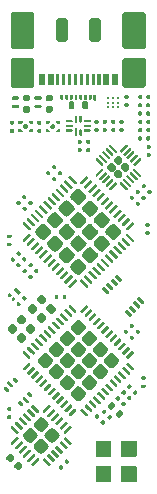
<source format=gtp>
G04 #@! TF.GenerationSoftware,KiCad,Pcbnew,5.1.10-1.fc34*
G04 #@! TF.CreationDate,2021-05-13T21:06:21+02:00*
G04 #@! TF.ProjectId,reDIP-SX,72654449-502d-4535-982e-6b696361645f,0.3*
G04 #@! TF.SameCoordinates,PX5e28010PY8011a50*
G04 #@! TF.FileFunction,Paste,Top*
G04 #@! TF.FilePolarity,Positive*
%FSLAX46Y46*%
G04 Gerber Fmt 4.6, Leading zero omitted, Abs format (unit mm)*
G04 Created by KiCad (PCBNEW 5.1.10-1.fc34) date 2021-05-13 21:06:21*
%MOMM*%
%LPD*%
G01*
G04 APERTURE LIST*
%ADD10C,0.200000*%
%ADD11C,0.350000*%
G04 APERTURE END LIST*
G04 #@! TO.C,C28*
G36*
G01*
X3867414Y18949542D02*
X4009542Y18807414D01*
G75*
G02*
X4009542Y18694984I-56215J-56215D01*
G01*
X3897112Y18582554D01*
G75*
G02*
X3784682Y18582554I-56215J56215D01*
G01*
X3642554Y18724682D01*
G75*
G02*
X3642554Y18837112I56215J56215D01*
G01*
X3754984Y18949542D01*
G75*
G02*
X3867414Y18949542I56215J-56215D01*
G01*
G37*
G36*
G01*
X4355318Y19437446D02*
X4497446Y19295318D01*
G75*
G02*
X4497446Y19182888I-56215J-56215D01*
G01*
X4385016Y19070458D01*
G75*
G02*
X4272586Y19070458I-56215J56215D01*
G01*
X4130458Y19212586D01*
G75*
G02*
X4130458Y19325016I56215J56215D01*
G01*
X4242888Y19437446D01*
G75*
G02*
X4355318Y19437446I56215J-56215D01*
G01*
G37*
G04 #@! TD*
G04 #@! TO.C,U11*
G36*
G01*
X13874404Y15950190D02*
X13980470Y16056256D01*
G75*
G02*
X14086536Y16056256I53033J-53033D01*
G01*
X14475444Y15667348D01*
G75*
G02*
X14475444Y15561282I-53033J-53033D01*
G01*
X14369378Y15455216D01*
G75*
G02*
X14263312Y15455216I-53033J53033D01*
G01*
X13874404Y15844124D01*
G75*
G02*
X13874404Y15950190I53033J53033D01*
G01*
G37*
G36*
G01*
X13520851Y15596637D02*
X13626917Y15702703D01*
G75*
G02*
X13732983Y15702703I53033J-53033D01*
G01*
X14121891Y15313795D01*
G75*
G02*
X14121891Y15207729I-53033J-53033D01*
G01*
X14015825Y15101663D01*
G75*
G02*
X13909759Y15101663I-53033J53033D01*
G01*
X13520851Y15490571D01*
G75*
G02*
X13520851Y15596637I53033J53033D01*
G01*
G37*
G36*
G01*
X13167297Y15243083D02*
X13273363Y15349149D01*
G75*
G02*
X13379429Y15349149I53033J-53033D01*
G01*
X13768337Y14960241D01*
G75*
G02*
X13768337Y14854175I-53033J-53033D01*
G01*
X13662271Y14748109D01*
G75*
G02*
X13556205Y14748109I-53033J53033D01*
G01*
X13167297Y15137017D01*
G75*
G02*
X13167297Y15243083I53033J53033D01*
G01*
G37*
G36*
G01*
X12813744Y14889530D02*
X12919810Y14995596D01*
G75*
G02*
X13025876Y14995596I53033J-53033D01*
G01*
X13414784Y14606688D01*
G75*
G02*
X13414784Y14500622I-53033J-53033D01*
G01*
X13308718Y14394556D01*
G75*
G02*
X13202652Y14394556I-53033J53033D01*
G01*
X12813744Y14783464D01*
G75*
G02*
X12813744Y14889530I53033J53033D01*
G01*
G37*
G36*
G01*
X10904556Y16798718D02*
X11010622Y16904784D01*
G75*
G02*
X11116688Y16904784I53033J-53033D01*
G01*
X11505596Y16515876D01*
G75*
G02*
X11505596Y16409810I-53033J-53033D01*
G01*
X11399530Y16303744D01*
G75*
G02*
X11293464Y16303744I-53033J53033D01*
G01*
X10904556Y16692652D01*
G75*
G02*
X10904556Y16798718I53033J53033D01*
G01*
G37*
G36*
G01*
X11258109Y17152271D02*
X11364175Y17258337D01*
G75*
G02*
X11470241Y17258337I53033J-53033D01*
G01*
X11859149Y16869429D01*
G75*
G02*
X11859149Y16763363I-53033J-53033D01*
G01*
X11753083Y16657297D01*
G75*
G02*
X11647017Y16657297I-53033J53033D01*
G01*
X11258109Y17046205D01*
G75*
G02*
X11258109Y17152271I53033J53033D01*
G01*
G37*
G36*
G01*
X11611663Y17505825D02*
X11717729Y17611891D01*
G75*
G02*
X11823795Y17611891I53033J-53033D01*
G01*
X12212703Y17222983D01*
G75*
G02*
X12212703Y17116917I-53033J-53033D01*
G01*
X12106637Y17010851D01*
G75*
G02*
X12000571Y17010851I-53033J53033D01*
G01*
X11611663Y17399759D01*
G75*
G02*
X11611663Y17505825I53033J53033D01*
G01*
G37*
G36*
G01*
X11965216Y17859378D02*
X12071282Y17965444D01*
G75*
G02*
X12177348Y17965444I53033J-53033D01*
G01*
X12566256Y17576536D01*
G75*
G02*
X12566256Y17470470I-53033J-53033D01*
G01*
X12460190Y17364404D01*
G75*
G02*
X12354124Y17364404I-53033J53033D01*
G01*
X11965216Y17753312D01*
G75*
G02*
X11965216Y17859378I53033J53033D01*
G01*
G37*
G04 #@! TD*
G04 #@! TO.C,R10*
G36*
G01*
X6387414Y26759542D02*
X6529542Y26617414D01*
G75*
G02*
X6529542Y26504984I-56215J-56215D01*
G01*
X6417112Y26392554D01*
G75*
G02*
X6304682Y26392554I-56215J56215D01*
G01*
X6162554Y26534682D01*
G75*
G02*
X6162554Y26647112I56215J56215D01*
G01*
X6274984Y26759542D01*
G75*
G02*
X6387414Y26759542I56215J-56215D01*
G01*
G37*
G36*
G01*
X6875318Y27247446D02*
X7017446Y27105318D01*
G75*
G02*
X7017446Y26992888I-56215J-56215D01*
G01*
X6905016Y26880458D01*
G75*
G02*
X6792586Y26880458I-56215J56215D01*
G01*
X6650458Y27022586D01*
G75*
G02*
X6650458Y27135016I56215J56215D01*
G01*
X6762888Y27247446D01*
G75*
G02*
X6875318Y27247446I56215J-56215D01*
G01*
G37*
G04 #@! TD*
G04 #@! TO.C,J1*
G36*
G01*
X6050000Y34922400D02*
X6050000Y34057600D01*
G75*
G02*
X5982400Y33990000I-67600J0D01*
G01*
X5597600Y33990000D01*
G75*
G02*
X5530000Y34057600I0J67600D01*
G01*
X5530000Y34922400D01*
G75*
G02*
X5597600Y34990000I67600J0D01*
G01*
X5982400Y34990000D01*
G75*
G02*
X6050000Y34922400I0J-67600D01*
G01*
G37*
G36*
G01*
X6800000Y34922400D02*
X6800000Y34057600D01*
G75*
G02*
X6732400Y33990000I-67600J0D01*
G01*
X6347600Y33990000D01*
G75*
G02*
X6280000Y34057600I0J67600D01*
G01*
X6280000Y34922400D01*
G75*
G02*
X6347600Y34990000I67600J0D01*
G01*
X6732400Y34990000D01*
G75*
G02*
X6800000Y34922400I0J-67600D01*
G01*
G37*
G36*
G01*
X11500000Y34922400D02*
X11500000Y34057600D01*
G75*
G02*
X11432400Y33990000I-67600J0D01*
G01*
X11047600Y33990000D01*
G75*
G02*
X10980000Y34057600I0J67600D01*
G01*
X10980000Y34922400D01*
G75*
G02*
X11047600Y34990000I67600J0D01*
G01*
X11432400Y34990000D01*
G75*
G02*
X11500000Y34922400I0J-67600D01*
G01*
G37*
G36*
G01*
X12250000Y34922400D02*
X12250000Y34057600D01*
G75*
G02*
X12182400Y33990000I-67600J0D01*
G01*
X11797600Y33990000D01*
G75*
G02*
X11730000Y34057600I0J67600D01*
G01*
X11730000Y34922400D01*
G75*
G02*
X11797600Y34990000I67600J0D01*
G01*
X12182400Y34990000D01*
G75*
G02*
X12250000Y34922400I0J-67600D01*
G01*
G37*
G36*
G01*
X14610000Y40040000D02*
X14610000Y37240000D01*
G75*
G02*
X14410000Y37040000I-200000J0D01*
G01*
X12810000Y37040000D01*
G75*
G02*
X12610000Y37240000I0J200000D01*
G01*
X12610000Y40040000D01*
G75*
G02*
X12810000Y40240000I200000J0D01*
G01*
X14410000Y40240000D01*
G75*
G02*
X14610000Y40040000I0J-200000D01*
G01*
G37*
G36*
G01*
X5170000Y40040000D02*
X5170000Y37240000D01*
G75*
G02*
X4970000Y37040000I-200000J0D01*
G01*
X3370000Y37040000D01*
G75*
G02*
X3170000Y37240000I0J200000D01*
G01*
X3170000Y40040000D01*
G75*
G02*
X3370000Y40240000I200000J0D01*
G01*
X4970000Y40240000D01*
G75*
G02*
X5170000Y40040000I0J-200000D01*
G01*
G37*
G36*
G01*
X14610000Y36160000D02*
X14610000Y33960000D01*
G75*
G02*
X14410000Y33760000I-200000J0D01*
G01*
X12810000Y33760000D01*
G75*
G02*
X12610000Y33960000I0J200000D01*
G01*
X12610000Y36160000D01*
G75*
G02*
X12810000Y36360000I200000J0D01*
G01*
X14410000Y36360000D01*
G75*
G02*
X14610000Y36160000I0J-200000D01*
G01*
G37*
G36*
G01*
X5170000Y36160000D02*
X5170000Y33960000D01*
G75*
G02*
X4970000Y33760000I-200000J0D01*
G01*
X3370000Y33760000D01*
G75*
G02*
X3170000Y33960000I0J200000D01*
G01*
X3170000Y36160000D01*
G75*
G02*
X3370000Y36360000I200000J0D01*
G01*
X4970000Y36360000D01*
G75*
G02*
X5170000Y36160000I0J-200000D01*
G01*
G37*
G36*
G01*
X10790000Y39490000D02*
X10790000Y37890000D01*
G75*
G02*
X10590000Y37690000I-200000J0D01*
G01*
X9990000Y37690000D01*
G75*
G02*
X9790000Y37890000I0J200000D01*
G01*
X9790000Y39490000D01*
G75*
G02*
X9990000Y39690000I200000J0D01*
G01*
X10590000Y39690000D01*
G75*
G02*
X10790000Y39490000I0J-200000D01*
G01*
G37*
G36*
G01*
X7990000Y39490000D02*
X7990000Y37890000D01*
G75*
G02*
X7790000Y37690000I-200000J0D01*
G01*
X7190000Y37690000D01*
G75*
G02*
X6990000Y37890000I0J200000D01*
G01*
X6990000Y39490000D01*
G75*
G02*
X7190000Y39690000I200000J0D01*
G01*
X7790000Y39690000D01*
G75*
G02*
X7990000Y39490000I0J-200000D01*
G01*
G37*
G36*
G01*
X12250000Y34922400D02*
X12250000Y34057600D01*
G75*
G02*
X12182400Y33990000I-67600J0D01*
G01*
X11797600Y33990000D01*
G75*
G02*
X11730000Y34057600I0J67600D01*
G01*
X11730000Y34922400D01*
G75*
G02*
X11797600Y34990000I67600J0D01*
G01*
X12182400Y34990000D01*
G75*
G02*
X12250000Y34922400I0J-67600D01*
G01*
G37*
G36*
G01*
X11500000Y34922400D02*
X11500000Y34057600D01*
G75*
G02*
X11432400Y33990000I-67600J0D01*
G01*
X11047600Y33990000D01*
G75*
G02*
X10980000Y34057600I0J67600D01*
G01*
X10980000Y34922400D01*
G75*
G02*
X11047600Y34990000I67600J0D01*
G01*
X11432400Y34990000D01*
G75*
G02*
X11500000Y34922400I0J-67600D01*
G01*
G37*
G36*
G01*
X6050000Y34922400D02*
X6050000Y34057600D01*
G75*
G02*
X5982400Y33990000I-67600J0D01*
G01*
X5597600Y33990000D01*
G75*
G02*
X5530000Y34057600I0J67600D01*
G01*
X5530000Y34922400D01*
G75*
G02*
X5597600Y34990000I67600J0D01*
G01*
X5982400Y34990000D01*
G75*
G02*
X6050000Y34922400I0J-67600D01*
G01*
G37*
G36*
G01*
X6800000Y34922400D02*
X6800000Y34057600D01*
G75*
G02*
X6732400Y33990000I-67600J0D01*
G01*
X6347600Y33990000D01*
G75*
G02*
X6280000Y34057600I0J67600D01*
G01*
X6280000Y34922400D01*
G75*
G02*
X6347600Y34990000I67600J0D01*
G01*
X6732400Y34990000D01*
G75*
G02*
X6800000Y34922400I0J-67600D01*
G01*
G37*
G36*
G01*
X10775000Y34922500D02*
X10775000Y34057500D01*
G75*
G02*
X10707500Y33990000I-67500J0D01*
G01*
X10572500Y33990000D01*
G75*
G02*
X10505000Y34057500I0J67500D01*
G01*
X10505000Y34922500D01*
G75*
G02*
X10572500Y34990000I67500J0D01*
G01*
X10707500Y34990000D01*
G75*
G02*
X10775000Y34922500I0J-67500D01*
G01*
G37*
G36*
G01*
X10275000Y34922500D02*
X10275000Y34057500D01*
G75*
G02*
X10207500Y33990000I-67500J0D01*
G01*
X10072500Y33990000D01*
G75*
G02*
X10005000Y34057500I0J67500D01*
G01*
X10005000Y34922500D01*
G75*
G02*
X10072500Y34990000I67500J0D01*
G01*
X10207500Y34990000D01*
G75*
G02*
X10275000Y34922500I0J-67500D01*
G01*
G37*
G36*
G01*
X9775000Y34922500D02*
X9775000Y34057500D01*
G75*
G02*
X9707500Y33990000I-67500J0D01*
G01*
X9572500Y33990000D01*
G75*
G02*
X9505000Y34057500I0J67500D01*
G01*
X9505000Y34922500D01*
G75*
G02*
X9572500Y34990000I67500J0D01*
G01*
X9707500Y34990000D01*
G75*
G02*
X9775000Y34922500I0J-67500D01*
G01*
G37*
G36*
G01*
X9275000Y34922500D02*
X9275000Y34057500D01*
G75*
G02*
X9207500Y33990000I-67500J0D01*
G01*
X9072500Y33990000D01*
G75*
G02*
X9005000Y34057500I0J67500D01*
G01*
X9005000Y34922500D01*
G75*
G02*
X9072500Y34990000I67500J0D01*
G01*
X9207500Y34990000D01*
G75*
G02*
X9275000Y34922500I0J-67500D01*
G01*
G37*
G36*
G01*
X8775000Y34922500D02*
X8775000Y34057500D01*
G75*
G02*
X8707500Y33990000I-67500J0D01*
G01*
X8572500Y33990000D01*
G75*
G02*
X8505000Y34057500I0J67500D01*
G01*
X8505000Y34922500D01*
G75*
G02*
X8572500Y34990000I67500J0D01*
G01*
X8707500Y34990000D01*
G75*
G02*
X8775000Y34922500I0J-67500D01*
G01*
G37*
G36*
G01*
X8275000Y34922500D02*
X8275000Y34057500D01*
G75*
G02*
X8207500Y33990000I-67500J0D01*
G01*
X8072500Y33990000D01*
G75*
G02*
X8005000Y34057500I0J67500D01*
G01*
X8005000Y34922500D01*
G75*
G02*
X8072500Y34990000I67500J0D01*
G01*
X8207500Y34990000D01*
G75*
G02*
X8275000Y34922500I0J-67500D01*
G01*
G37*
G36*
G01*
X7775000Y34922500D02*
X7775000Y34057500D01*
G75*
G02*
X7707500Y33990000I-67500J0D01*
G01*
X7572500Y33990000D01*
G75*
G02*
X7505000Y34057500I0J67500D01*
G01*
X7505000Y34922500D01*
G75*
G02*
X7572500Y34990000I67500J0D01*
G01*
X7707500Y34990000D01*
G75*
G02*
X7775000Y34922500I0J-67500D01*
G01*
G37*
G36*
G01*
X7275000Y34922500D02*
X7275000Y34057500D01*
G75*
G02*
X7207500Y33990000I-67500J0D01*
G01*
X7072500Y33990000D01*
G75*
G02*
X7005000Y34057500I0J67500D01*
G01*
X7005000Y34922500D01*
G75*
G02*
X7072500Y34990000I67500J0D01*
G01*
X7207500Y34990000D01*
G75*
G02*
X7275000Y34922500I0J-67500D01*
G01*
G37*
G04 #@! TD*
G04 #@! TO.C,Q2*
G36*
G01*
X3807036Y16275805D02*
X3435805Y16647036D01*
G75*
G02*
X3435805Y16700070I26517J26517D01*
G01*
X3594904Y16859169D01*
G75*
G02*
X3647938Y16859169I26517J-26517D01*
G01*
X4019169Y16487938D01*
G75*
G02*
X4019169Y16434904I-26517J-26517D01*
G01*
X3860070Y16275805D01*
G75*
G02*
X3807036Y16275805I-26517J26517D01*
G01*
G37*
G36*
G01*
X3338579Y15754315D02*
X3232513Y15860381D01*
G75*
G02*
X3232513Y15931091I35355J35355D01*
G01*
X3373935Y16072513D01*
G75*
G02*
X3444645Y16072513I35355J-35355D01*
G01*
X3550711Y15966447D01*
G75*
G02*
X3550711Y15895737I-35355J-35355D01*
G01*
X3409289Y15754315D01*
G75*
G02*
X3338579Y15754315I-35355J35355D01*
G01*
G37*
G36*
G01*
X3020381Y16072513D02*
X2914315Y16178579D01*
G75*
G02*
X2914315Y16249289I35355J35355D01*
G01*
X3055737Y16390711D01*
G75*
G02*
X3126447Y16390711I35355J-35355D01*
G01*
X3232513Y16284645D01*
G75*
G02*
X3232513Y16213935I-35355J-35355D01*
G01*
X3091091Y16072513D01*
G75*
G02*
X3020381Y16072513I-35355J35355D01*
G01*
G37*
G04 #@! TD*
G04 #@! TO.C,Q1*
G36*
G01*
X3005440Y8159325D02*
X2890535Y8044420D01*
G75*
G02*
X2775631Y8044420I-57452J57452D01*
G01*
X2572338Y8247713D01*
G75*
G02*
X2572338Y8362617I57452J57452D01*
G01*
X2687243Y8477522D01*
G75*
G02*
X2802147Y8477522I57452J-57452D01*
G01*
X3005440Y8274229D01*
G75*
G02*
X3005440Y8159325I-57452J-57452D01*
G01*
G37*
G36*
G01*
X3765580Y8919465D02*
X3650675Y8804560D01*
G75*
G02*
X3535771Y8804560I-57452J57452D01*
G01*
X3332478Y9007853D01*
G75*
G02*
X3332478Y9122757I57452J57452D01*
G01*
X3447383Y9237662D01*
G75*
G02*
X3562287Y9237662I57452J-57452D01*
G01*
X3765580Y9034369D01*
G75*
G02*
X3765580Y8919465I-57452J-57452D01*
G01*
G37*
G36*
G01*
X4680400Y7217988D02*
X4592012Y7129600D01*
G75*
G02*
X4503624Y7129600I-44194J44194D01*
G01*
X4167748Y7465476D01*
G75*
G02*
X4167748Y7553864I44194J44194D01*
G01*
X4256136Y7642252D01*
G75*
G02*
X4344524Y7642252I44194J-44194D01*
G01*
X4680400Y7306376D01*
G75*
G02*
X4680400Y7217988I-44194J-44194D01*
G01*
G37*
G36*
G01*
X3372252Y8526136D02*
X3283864Y8437748D01*
G75*
G02*
X3195476Y8437748I-44194J44194D01*
G01*
X2859600Y8773624D01*
G75*
G02*
X2859600Y8862012I44194J44194D01*
G01*
X2947988Y8950400D01*
G75*
G02*
X3036376Y8950400I44194J-44194D01*
G01*
X3372252Y8614524D01*
G75*
G02*
X3372252Y8526136I-44194J-44194D01*
G01*
G37*
G36*
G01*
X4967662Y7717383D02*
X4852757Y7602478D01*
G75*
G02*
X4737853Y7602478I-57452J57452D01*
G01*
X4534560Y7805771D01*
G75*
G02*
X4534560Y7920675I57452J57452D01*
G01*
X4649465Y8035580D01*
G75*
G02*
X4764369Y8035580I57452J-57452D01*
G01*
X4967662Y7832287D01*
G75*
G02*
X4967662Y7717383I-57452J-57452D01*
G01*
G37*
G36*
G01*
X4207522Y6957243D02*
X4092617Y6842338D01*
G75*
G02*
X3977713Y6842338I-57452J57452D01*
G01*
X3774420Y7045631D01*
G75*
G02*
X3774420Y7160535I57452J57452D01*
G01*
X3889325Y7275440D01*
G75*
G02*
X4004229Y7275440I57452J-57452D01*
G01*
X4207522Y7072147D01*
G75*
G02*
X4207522Y6957243I-57452J-57452D01*
G01*
G37*
G04 #@! TD*
G04 #@! TO.C,U3*
G36*
G01*
X8336750Y30057500D02*
X7886250Y30057500D01*
G75*
G02*
X7830000Y30113750I0J56250D01*
G01*
X7830000Y30226250D01*
G75*
G02*
X7886250Y30282500I56250J0D01*
G01*
X8336750Y30282500D01*
G75*
G02*
X8393000Y30226250I0J-56250D01*
G01*
X8393000Y30113750D01*
G75*
G02*
X8336750Y30057500I-56250J0D01*
G01*
G37*
G36*
G01*
X8336750Y30457500D02*
X7886250Y30457500D01*
G75*
G02*
X7830000Y30513750I0J56250D01*
G01*
X7830000Y30626250D01*
G75*
G02*
X7886250Y30682500I56250J0D01*
G01*
X8336750Y30682500D01*
G75*
G02*
X8393000Y30626250I0J-56250D01*
G01*
X8393000Y30513750D01*
G75*
G02*
X8336750Y30457500I-56250J0D01*
G01*
G37*
G36*
G01*
X8336750Y30857500D02*
X7886250Y30857500D01*
G75*
G02*
X7830000Y30913750I0J56250D01*
G01*
X7830000Y31026250D01*
G75*
G02*
X7886250Y31082500I56250J0D01*
G01*
X8336750Y31082500D01*
G75*
G02*
X8393000Y31026250I0J-56250D01*
G01*
X8393000Y30913750D01*
G75*
G02*
X8336750Y30857500I-56250J0D01*
G01*
G37*
G36*
G01*
X8792500Y31363750D02*
X8792500Y30913250D01*
G75*
G02*
X8736250Y30857000I-56250J0D01*
G01*
X8623750Y30857000D01*
G75*
G02*
X8567500Y30913250I0J56250D01*
G01*
X8567500Y31363750D01*
G75*
G02*
X8623750Y31420000I56250J0D01*
G01*
X8736250Y31420000D01*
G75*
G02*
X8792500Y31363750I0J-56250D01*
G01*
G37*
G36*
G01*
X9192500Y31363750D02*
X9192500Y30913250D01*
G75*
G02*
X9136250Y30857000I-56250J0D01*
G01*
X9023750Y30857000D01*
G75*
G02*
X8967500Y30913250I0J56250D01*
G01*
X8967500Y31363750D01*
G75*
G02*
X9023750Y31420000I56250J0D01*
G01*
X9136250Y31420000D01*
G75*
G02*
X9192500Y31363750I0J-56250D01*
G01*
G37*
G36*
G01*
X9873750Y30857500D02*
X9423250Y30857500D01*
G75*
G02*
X9367000Y30913750I0J56250D01*
G01*
X9367000Y31026250D01*
G75*
G02*
X9423250Y31082500I56250J0D01*
G01*
X9873750Y31082500D01*
G75*
G02*
X9930000Y31026250I0J-56250D01*
G01*
X9930000Y30913750D01*
G75*
G02*
X9873750Y30857500I-56250J0D01*
G01*
G37*
G36*
G01*
X9873750Y30457500D02*
X9423250Y30457500D01*
G75*
G02*
X9367000Y30513750I0J56250D01*
G01*
X9367000Y30626250D01*
G75*
G02*
X9423250Y30682500I56250J0D01*
G01*
X9873750Y30682500D01*
G75*
G02*
X9930000Y30626250I0J-56250D01*
G01*
X9930000Y30513750D01*
G75*
G02*
X9873750Y30457500I-56250J0D01*
G01*
G37*
G36*
G01*
X9873750Y30057500D02*
X9423250Y30057500D01*
G75*
G02*
X9367000Y30113750I0J56250D01*
G01*
X9367000Y30226250D01*
G75*
G02*
X9423250Y30282500I56250J0D01*
G01*
X9873750Y30282500D01*
G75*
G02*
X9930000Y30226250I0J-56250D01*
G01*
X9930000Y30113750D01*
G75*
G02*
X9873750Y30057500I-56250J0D01*
G01*
G37*
G36*
G01*
X9192500Y30226750D02*
X9192500Y29776250D01*
G75*
G02*
X9136250Y29720000I-56250J0D01*
G01*
X9023750Y29720000D01*
G75*
G02*
X8967500Y29776250I0J56250D01*
G01*
X8967500Y30226750D01*
G75*
G02*
X9023750Y30283000I56250J0D01*
G01*
X9136250Y30283000D01*
G75*
G02*
X9192500Y30226750I0J-56250D01*
G01*
G37*
G36*
G01*
X8792500Y30326750D02*
X8792500Y29776250D01*
G75*
G02*
X8736250Y29720000I-56250J0D01*
G01*
X8623750Y29720000D01*
G75*
G02*
X8567500Y29776250I0J56250D01*
G01*
X8567500Y30326750D01*
G75*
G02*
X8623750Y30383000I56250J0D01*
G01*
X8736250Y30383000D01*
G75*
G02*
X8792500Y30326750I0J-56250D01*
G01*
G37*
G04 #@! TD*
G04 #@! TO.C,D3*
G36*
G01*
X10415000Y33140000D02*
X10415000Y32740000D01*
G75*
G02*
X10365000Y32690000I-50000J0D01*
G01*
X10215000Y32690000D01*
G75*
G02*
X10165000Y32740000I0J50000D01*
G01*
X10165000Y33140000D01*
G75*
G02*
X10215000Y33190000I50000J0D01*
G01*
X10365000Y33190000D01*
G75*
G02*
X10415000Y33140000I0J-50000D01*
G01*
G37*
G36*
G01*
X8015000Y33140000D02*
X8015000Y32840000D01*
G75*
G02*
X7965000Y32790000I-50000J0D01*
G01*
X7815000Y32790000D01*
G75*
G02*
X7765000Y32840000I0J50000D01*
G01*
X7765000Y33140000D01*
G75*
G02*
X7815000Y33190000I50000J0D01*
G01*
X7965000Y33190000D01*
G75*
G02*
X8015000Y33140000I0J-50000D01*
G01*
G37*
G36*
G01*
X10015000Y33140000D02*
X10015000Y32840000D01*
G75*
G02*
X9965000Y32790000I-50000J0D01*
G01*
X9815000Y32790000D01*
G75*
G02*
X9765000Y32840000I0J50000D01*
G01*
X9765000Y33140000D01*
G75*
G02*
X9815000Y33190000I50000J0D01*
G01*
X9965000Y33190000D01*
G75*
G02*
X10015000Y33140000I0J-50000D01*
G01*
G37*
G36*
G01*
X8415000Y33140000D02*
X8415000Y32840000D01*
G75*
G02*
X8365000Y32790000I-50000J0D01*
G01*
X8215000Y32790000D01*
G75*
G02*
X8165000Y32840000I0J50000D01*
G01*
X8165000Y33140000D01*
G75*
G02*
X8215000Y33190000I50000J0D01*
G01*
X8365000Y33190000D01*
G75*
G02*
X8415000Y33140000I0J-50000D01*
G01*
G37*
G36*
G01*
X9615000Y33140000D02*
X9615000Y32840000D01*
G75*
G02*
X9565000Y32790000I-50000J0D01*
G01*
X9415000Y32790000D01*
G75*
G02*
X9365000Y32840000I0J50000D01*
G01*
X9365000Y33140000D01*
G75*
G02*
X9415000Y33190000I50000J0D01*
G01*
X9565000Y33190000D01*
G75*
G02*
X9615000Y33140000I0J-50000D01*
G01*
G37*
G36*
G01*
X8815000Y33140000D02*
X8815000Y32840000D01*
G75*
G02*
X8765000Y32790000I-50000J0D01*
G01*
X8615000Y32790000D01*
G75*
G02*
X8565000Y32840000I0J50000D01*
G01*
X8565000Y33140000D01*
G75*
G02*
X8615000Y33190000I50000J0D01*
G01*
X8765000Y33190000D01*
G75*
G02*
X8815000Y33140000I0J-50000D01*
G01*
G37*
G36*
G01*
X9215000Y33140000D02*
X9215000Y32840000D01*
G75*
G02*
X9165000Y32790000I-50000J0D01*
G01*
X9015000Y32790000D01*
G75*
G02*
X8965000Y32840000I0J50000D01*
G01*
X8965000Y33140000D01*
G75*
G02*
X9015000Y33190000I50000J0D01*
G01*
X9165000Y33190000D01*
G75*
G02*
X9215000Y33140000I0J-50000D01*
G01*
G37*
G36*
G01*
X7615000Y33140000D02*
X7615000Y32840000D01*
G75*
G02*
X7565000Y32790000I-50000J0D01*
G01*
X7415000Y32790000D01*
G75*
G02*
X7365000Y32840000I0J50000D01*
G01*
X7365000Y33140000D01*
G75*
G02*
X7415000Y33190000I50000J0D01*
G01*
X7565000Y33190000D01*
G75*
G02*
X7615000Y33140000I0J-50000D01*
G01*
G37*
G36*
G01*
X9720000Y32540000D02*
X9720000Y32090000D01*
G75*
G02*
X9620000Y31990000I-100000J0D01*
G01*
X9320000Y31990000D01*
G75*
G02*
X9220000Y32090000I0J100000D01*
G01*
X9220000Y32540000D01*
G75*
G02*
X9320000Y32640000I100000J0D01*
G01*
X9620000Y32640000D01*
G75*
G02*
X9720000Y32540000I0J-100000D01*
G01*
G37*
G36*
G01*
X8560000Y32540000D02*
X8560000Y32090000D01*
G75*
G02*
X8460000Y31990000I-100000J0D01*
G01*
X8160000Y31990000D01*
G75*
G02*
X8060000Y32090000I0J100000D01*
G01*
X8060000Y32540000D01*
G75*
G02*
X8160000Y32640000I100000J0D01*
G01*
X8460000Y32640000D01*
G75*
G02*
X8560000Y32540000I0J-100000D01*
G01*
G37*
G04 #@! TD*
G04 #@! TO.C,AE1*
G36*
G01*
X10340000Y2617500D02*
X10340000Y3832500D01*
G75*
G02*
X10407500Y3900000I67500J0D01*
G01*
X11622500Y3900000D01*
G75*
G02*
X11690000Y3832500I0J-67500D01*
G01*
X11690000Y2617500D01*
G75*
G02*
X11622500Y2550000I-67500J0D01*
G01*
X10407500Y2550000D01*
G75*
G02*
X10340000Y2617500I0J67500D01*
G01*
G37*
G36*
G01*
X12490000Y2617500D02*
X12490000Y3832500D01*
G75*
G02*
X12557500Y3900000I67500J0D01*
G01*
X13772500Y3900000D01*
G75*
G02*
X13840000Y3832500I0J-67500D01*
G01*
X13840000Y2617500D01*
G75*
G02*
X13772500Y2550000I-67500J0D01*
G01*
X12557500Y2550000D01*
G75*
G02*
X12490000Y2617500I0J67500D01*
G01*
G37*
G36*
G01*
X12490000Y467500D02*
X12490000Y1682500D01*
G75*
G02*
X12557500Y1750000I67500J0D01*
G01*
X13772500Y1750000D01*
G75*
G02*
X13840000Y1682500I0J-67500D01*
G01*
X13840000Y467500D01*
G75*
G02*
X13772500Y400000I-67500J0D01*
G01*
X12557500Y400000D01*
G75*
G02*
X12490000Y467500I0J67500D01*
G01*
G37*
G36*
G01*
X10340000Y467500D02*
X10340000Y1682500D01*
G75*
G02*
X10407500Y1750000I67500J0D01*
G01*
X11622500Y1750000D01*
G75*
G02*
X11690000Y1682500I0J-67500D01*
G01*
X11690000Y467500D01*
G75*
G02*
X11622500Y400000I-67500J0D01*
G01*
X10407500Y400000D01*
G75*
G02*
X10340000Y467500I0J67500D01*
G01*
G37*
G04 #@! TD*
D10*
G04 #@! TO.C,U7*
X12240000Y32940000D03*
X11840000Y32940000D03*
X11440000Y32940000D03*
X12240000Y32540000D03*
X11840000Y32540000D03*
X11440000Y32540000D03*
X12240000Y32140000D03*
X11840000Y32140000D03*
X11440000Y32140000D03*
G04 #@! TD*
G04 #@! TO.C,U1*
G36*
G01*
X6676260Y30305040D02*
X6515040Y30466260D01*
G75*
G02*
X6515040Y30573740I53740J53740D01*
G01*
X6676260Y30734960D01*
G75*
G02*
X6783740Y30734960I53740J-53740D01*
G01*
X6944960Y30573740D01*
G75*
G02*
X6944960Y30466260I-53740J-53740D01*
G01*
X6783740Y30305040D01*
G75*
G02*
X6676260Y30305040I-53740J53740D01*
G01*
G37*
D11*
G36*
X7130000Y30720000D02*
G01*
X6980000Y30870000D01*
X6980000Y30970000D01*
X7330000Y30970000D01*
X7330000Y30720000D01*
X7130000Y30720000D01*
G37*
G36*
X7130000Y30320000D02*
G01*
X7330000Y30320000D01*
X7330000Y30070000D01*
X6980000Y30070000D01*
X6980000Y30170000D01*
X7130000Y30320000D01*
G37*
G36*
X6330000Y30720000D02*
G01*
X6130000Y30720000D01*
X6130000Y30970000D01*
X6480000Y30970000D01*
X6480000Y30870000D01*
X6330000Y30720000D01*
G37*
G36*
X6330000Y30320000D02*
G01*
X6480000Y30170000D01*
X6480000Y30070000D01*
X6130000Y30070000D01*
X6130000Y30320000D01*
X6330000Y30320000D01*
G37*
G04 #@! TD*
G04 #@! TO.C,R13*
G36*
G01*
X7282586Y26380458D02*
X7140458Y26522586D01*
G75*
G02*
X7140458Y26635016I56215J56215D01*
G01*
X7252888Y26747446D01*
G75*
G02*
X7365318Y26747446I56215J-56215D01*
G01*
X7507446Y26605318D01*
G75*
G02*
X7507446Y26492888I-56215J-56215D01*
G01*
X7395016Y26380458D01*
G75*
G02*
X7282586Y26380458I-56215J56215D01*
G01*
G37*
G36*
G01*
X6794682Y25892554D02*
X6652554Y26034682D01*
G75*
G02*
X6652554Y26147112I56215J56215D01*
G01*
X6764984Y26259542D01*
G75*
G02*
X6877414Y26259542I56215J-56215D01*
G01*
X7019542Y26117414D01*
G75*
G02*
X7019542Y26004984I-56215J-56215D01*
G01*
X6907112Y25892554D01*
G75*
G02*
X6794682Y25892554I-56215J56215D01*
G01*
G37*
G04 #@! TD*
G04 #@! TO.C,U2*
G36*
G01*
X4366260Y30305040D02*
X4205040Y30466260D01*
G75*
G02*
X4205040Y30573740I53740J53740D01*
G01*
X4366260Y30734960D01*
G75*
G02*
X4473740Y30734960I53740J-53740D01*
G01*
X4634960Y30573740D01*
G75*
G02*
X4634960Y30466260I-53740J-53740D01*
G01*
X4473740Y30305040D01*
G75*
G02*
X4366260Y30305040I-53740J53740D01*
G01*
G37*
G36*
X4820000Y30720000D02*
G01*
X4670000Y30870000D01*
X4670000Y30970000D01*
X5020000Y30970000D01*
X5020000Y30720000D01*
X4820000Y30720000D01*
G37*
G36*
X4820000Y30320000D02*
G01*
X5020000Y30320000D01*
X5020000Y30070000D01*
X4670000Y30070000D01*
X4670000Y30170000D01*
X4820000Y30320000D01*
G37*
G36*
X4020000Y30720000D02*
G01*
X3820000Y30720000D01*
X3820000Y30970000D01*
X4170000Y30970000D01*
X4170000Y30870000D01*
X4020000Y30720000D01*
G37*
G36*
X4020000Y30320000D02*
G01*
X4170000Y30170000D01*
X4170000Y30070000D01*
X3820000Y30070000D01*
X3820000Y30320000D01*
X4020000Y30320000D01*
G37*
G04 #@! TD*
G04 #@! TO.C,U8*
G36*
G01*
X6096929Y22212254D02*
X6542406Y21766777D01*
G75*
G02*
X6542406Y21413223I-176777J-176777D01*
G01*
X6096929Y20967746D01*
G75*
G02*
X5743375Y20967746I-176777J176777D01*
G01*
X5297898Y21413223D01*
G75*
G02*
X5297898Y21766777I176777J176777D01*
G01*
X5743375Y22212254D01*
G75*
G02*
X6096929Y22212254I176777J-176777D01*
G01*
G37*
G36*
G01*
X7086878Y21222305D02*
X7532355Y20776828D01*
G75*
G02*
X7532355Y20423274I-176777J-176777D01*
G01*
X7086878Y19977797D01*
G75*
G02*
X6733324Y19977797I-176777J176777D01*
G01*
X6287847Y20423274D01*
G75*
G02*
X6287847Y20776828I176777J176777D01*
G01*
X6733324Y21222305D01*
G75*
G02*
X7086878Y21222305I176777J-176777D01*
G01*
G37*
G36*
G01*
X8076828Y20232355D02*
X8522305Y19786878D01*
G75*
G02*
X8522305Y19433324I-176777J-176777D01*
G01*
X8076828Y18987847D01*
G75*
G02*
X7723274Y18987847I-176777J176777D01*
G01*
X7277797Y19433324D01*
G75*
G02*
X7277797Y19786878I176777J176777D01*
G01*
X7723274Y20232355D01*
G75*
G02*
X8076828Y20232355I176777J-176777D01*
G01*
G37*
G36*
G01*
X9066777Y19242406D02*
X9512254Y18796929D01*
G75*
G02*
X9512254Y18443375I-176777J-176777D01*
G01*
X9066777Y17997898D01*
G75*
G02*
X8713223Y17997898I-176777J176777D01*
G01*
X8267746Y18443375D01*
G75*
G02*
X8267746Y18796929I176777J176777D01*
G01*
X8713223Y19242406D01*
G75*
G02*
X9066777Y19242406I176777J-176777D01*
G01*
G37*
G36*
G01*
X7086878Y23202203D02*
X7532355Y22756726D01*
G75*
G02*
X7532355Y22403172I-176777J-176777D01*
G01*
X7086878Y21957695D01*
G75*
G02*
X6733324Y21957695I-176777J176777D01*
G01*
X6287847Y22403172D01*
G75*
G02*
X6287847Y22756726I176777J176777D01*
G01*
X6733324Y23202203D01*
G75*
G02*
X7086878Y23202203I176777J-176777D01*
G01*
G37*
G36*
G01*
X8076828Y22212254D02*
X8522305Y21766777D01*
G75*
G02*
X8522305Y21413223I-176777J-176777D01*
G01*
X8076828Y20967746D01*
G75*
G02*
X7723274Y20967746I-176777J176777D01*
G01*
X7277797Y21413223D01*
G75*
G02*
X7277797Y21766777I176777J176777D01*
G01*
X7723274Y22212254D01*
G75*
G02*
X8076828Y22212254I176777J-176777D01*
G01*
G37*
G36*
G01*
X9066777Y21222305D02*
X9512254Y20776828D01*
G75*
G02*
X9512254Y20423274I-176777J-176777D01*
G01*
X9066777Y19977797D01*
G75*
G02*
X8713223Y19977797I-176777J176777D01*
G01*
X8267746Y20423274D01*
G75*
G02*
X8267746Y20776828I176777J176777D01*
G01*
X8713223Y21222305D01*
G75*
G02*
X9066777Y21222305I176777J-176777D01*
G01*
G37*
G36*
G01*
X10056726Y20232355D02*
X10502203Y19786878D01*
G75*
G02*
X10502203Y19433324I-176777J-176777D01*
G01*
X10056726Y18987847D01*
G75*
G02*
X9703172Y18987847I-176777J176777D01*
G01*
X9257695Y19433324D01*
G75*
G02*
X9257695Y19786878I176777J176777D01*
G01*
X9703172Y20232355D01*
G75*
G02*
X10056726Y20232355I176777J-176777D01*
G01*
G37*
G36*
G01*
X8076828Y24192153D02*
X8522305Y23746676D01*
G75*
G02*
X8522305Y23393122I-176777J-176777D01*
G01*
X8076828Y22947645D01*
G75*
G02*
X7723274Y22947645I-176777J176777D01*
G01*
X7277797Y23393122D01*
G75*
G02*
X7277797Y23746676I176777J176777D01*
G01*
X7723274Y24192153D01*
G75*
G02*
X8076828Y24192153I176777J-176777D01*
G01*
G37*
G36*
G01*
X9066777Y23202203D02*
X9512254Y22756726D01*
G75*
G02*
X9512254Y22403172I-176777J-176777D01*
G01*
X9066777Y21957695D01*
G75*
G02*
X8713223Y21957695I-176777J176777D01*
G01*
X8267746Y22403172D01*
G75*
G02*
X8267746Y22756726I176777J176777D01*
G01*
X8713223Y23202203D01*
G75*
G02*
X9066777Y23202203I176777J-176777D01*
G01*
G37*
G36*
G01*
X10056726Y22212254D02*
X10502203Y21766777D01*
G75*
G02*
X10502203Y21413223I-176777J-176777D01*
G01*
X10056726Y20967746D01*
G75*
G02*
X9703172Y20967746I-176777J176777D01*
G01*
X9257695Y21413223D01*
G75*
G02*
X9257695Y21766777I176777J176777D01*
G01*
X9703172Y22212254D01*
G75*
G02*
X10056726Y22212254I176777J-176777D01*
G01*
G37*
G36*
G01*
X11046676Y21222305D02*
X11492153Y20776828D01*
G75*
G02*
X11492153Y20423274I-176777J-176777D01*
G01*
X11046676Y19977797D01*
G75*
G02*
X10693122Y19977797I-176777J176777D01*
G01*
X10247645Y20423274D01*
G75*
G02*
X10247645Y20776828I176777J176777D01*
G01*
X10693122Y21222305D01*
G75*
G02*
X11046676Y21222305I176777J-176777D01*
G01*
G37*
G36*
G01*
X9066777Y25182102D02*
X9512254Y24736625D01*
G75*
G02*
X9512254Y24383071I-176777J-176777D01*
G01*
X9066777Y23937594D01*
G75*
G02*
X8713223Y23937594I-176777J176777D01*
G01*
X8267746Y24383071D01*
G75*
G02*
X8267746Y24736625I176777J176777D01*
G01*
X8713223Y25182102D01*
G75*
G02*
X9066777Y25182102I176777J-176777D01*
G01*
G37*
G36*
G01*
X10056726Y24192153D02*
X10502203Y23746676D01*
G75*
G02*
X10502203Y23393122I-176777J-176777D01*
G01*
X10056726Y22947645D01*
G75*
G02*
X9703172Y22947645I-176777J176777D01*
G01*
X9257695Y23393122D01*
G75*
G02*
X9257695Y23746676I176777J176777D01*
G01*
X9703172Y24192153D01*
G75*
G02*
X10056726Y24192153I176777J-176777D01*
G01*
G37*
G36*
G01*
X11046676Y23202203D02*
X11492153Y22756726D01*
G75*
G02*
X11492153Y22403172I-176777J-176777D01*
G01*
X11046676Y21957695D01*
G75*
G02*
X10693122Y21957695I-176777J176777D01*
G01*
X10247645Y22403172D01*
G75*
G02*
X10247645Y22756726I176777J176777D01*
G01*
X10693122Y23202203D01*
G75*
G02*
X11046676Y23202203I176777J-176777D01*
G01*
G37*
G36*
G01*
X12036625Y22212254D02*
X12482102Y21766777D01*
G75*
G02*
X12482102Y21413223I-176777J-176777D01*
G01*
X12036625Y20967746D01*
G75*
G02*
X11683071Y20967746I-176777J176777D01*
G01*
X11237594Y21413223D01*
G75*
G02*
X11237594Y21766777I176777J176777D01*
G01*
X11683071Y22212254D01*
G75*
G02*
X12036625Y22212254I176777J-176777D01*
G01*
G37*
G36*
G01*
X13088446Y21457417D02*
X13618776Y20927087D01*
G75*
G02*
X13618776Y20838699I-44194J-44194D01*
G01*
X13530388Y20750311D01*
G75*
G02*
X13442000Y20750311I-44194J44194D01*
G01*
X12911670Y21280641D01*
G75*
G02*
X12911670Y21369029I44194J44194D01*
G01*
X13000058Y21457417D01*
G75*
G02*
X13088446Y21457417I44194J-44194D01*
G01*
G37*
G36*
G01*
X12734893Y21103864D02*
X13265223Y20573534D01*
G75*
G02*
X13265223Y20485146I-44194J-44194D01*
G01*
X13176835Y20396758D01*
G75*
G02*
X13088447Y20396758I-44194J44194D01*
G01*
X12558117Y20927088D01*
G75*
G02*
X12558117Y21015476I44194J44194D01*
G01*
X12646505Y21103864D01*
G75*
G02*
X12734893Y21103864I44194J-44194D01*
G01*
G37*
G36*
G01*
X12381339Y20750310D02*
X12911669Y20219980D01*
G75*
G02*
X12911669Y20131592I-44194J-44194D01*
G01*
X12823281Y20043204D01*
G75*
G02*
X12734893Y20043204I-44194J44194D01*
G01*
X12204563Y20573534D01*
G75*
G02*
X12204563Y20661922I44194J44194D01*
G01*
X12292951Y20750310D01*
G75*
G02*
X12381339Y20750310I44194J-44194D01*
G01*
G37*
G36*
G01*
X12027786Y20396757D02*
X12558116Y19866427D01*
G75*
G02*
X12558116Y19778039I-44194J-44194D01*
G01*
X12469728Y19689651D01*
G75*
G02*
X12381340Y19689651I-44194J44194D01*
G01*
X11851010Y20219981D01*
G75*
G02*
X11851010Y20308369I44194J44194D01*
G01*
X11939398Y20396757D01*
G75*
G02*
X12027786Y20396757I44194J-44194D01*
G01*
G37*
G36*
G01*
X11674233Y20043204D02*
X12204563Y19512874D01*
G75*
G02*
X12204563Y19424486I-44194J-44194D01*
G01*
X12116175Y19336098D01*
G75*
G02*
X12027787Y19336098I-44194J44194D01*
G01*
X11497457Y19866428D01*
G75*
G02*
X11497457Y19954816I44194J44194D01*
G01*
X11585845Y20043204D01*
G75*
G02*
X11674233Y20043204I44194J-44194D01*
G01*
G37*
G36*
G01*
X11320679Y19689650D02*
X11851009Y19159320D01*
G75*
G02*
X11851009Y19070932I-44194J-44194D01*
G01*
X11762621Y18982544D01*
G75*
G02*
X11674233Y18982544I-44194J44194D01*
G01*
X11143903Y19512874D01*
G75*
G02*
X11143903Y19601262I44194J44194D01*
G01*
X11232291Y19689650D01*
G75*
G02*
X11320679Y19689650I44194J-44194D01*
G01*
G37*
G36*
G01*
X10967126Y19336097D02*
X11497456Y18805767D01*
G75*
G02*
X11497456Y18717379I-44194J-44194D01*
G01*
X11409068Y18628991D01*
G75*
G02*
X11320680Y18628991I-44194J44194D01*
G01*
X10790350Y19159321D01*
G75*
G02*
X10790350Y19247709I44194J44194D01*
G01*
X10878738Y19336097D01*
G75*
G02*
X10967126Y19336097I44194J-44194D01*
G01*
G37*
G36*
G01*
X10613572Y18982543D02*
X11143902Y18452213D01*
G75*
G02*
X11143902Y18363825I-44194J-44194D01*
G01*
X11055514Y18275437D01*
G75*
G02*
X10967126Y18275437I-44194J44194D01*
G01*
X10436796Y18805767D01*
G75*
G02*
X10436796Y18894155I44194J44194D01*
G01*
X10525184Y18982543D01*
G75*
G02*
X10613572Y18982543I44194J-44194D01*
G01*
G37*
G36*
G01*
X10260019Y18628990D02*
X10790349Y18098660D01*
G75*
G02*
X10790349Y18010272I-44194J-44194D01*
G01*
X10701961Y17921884D01*
G75*
G02*
X10613573Y17921884I-44194J44194D01*
G01*
X10083243Y18452214D01*
G75*
G02*
X10083243Y18540602I44194J44194D01*
G01*
X10171631Y18628990D01*
G75*
G02*
X10260019Y18628990I44194J-44194D01*
G01*
G37*
G36*
G01*
X9906466Y18275437D02*
X10436796Y17745107D01*
G75*
G02*
X10436796Y17656719I-44194J-44194D01*
G01*
X10348408Y17568331D01*
G75*
G02*
X10260020Y17568331I-44194J44194D01*
G01*
X9729690Y18098661D01*
G75*
G02*
X9729690Y18187049I44194J44194D01*
G01*
X9818078Y18275437D01*
G75*
G02*
X9906466Y18275437I44194J-44194D01*
G01*
G37*
G36*
G01*
X9552912Y17921883D02*
X10083242Y17391553D01*
G75*
G02*
X10083242Y17303165I-44194J-44194D01*
G01*
X9994854Y17214777D01*
G75*
G02*
X9906466Y17214777I-44194J44194D01*
G01*
X9376136Y17745107D01*
G75*
G02*
X9376136Y17833495I44194J44194D01*
G01*
X9464524Y17921883D01*
G75*
G02*
X9552912Y17921883I44194J-44194D01*
G01*
G37*
G36*
G01*
X9199359Y17568330D02*
X9729689Y17038000D01*
G75*
G02*
X9729689Y16949612I-44194J-44194D01*
G01*
X9641301Y16861224D01*
G75*
G02*
X9552913Y16861224I-44194J44194D01*
G01*
X9022583Y17391554D01*
G75*
G02*
X9022583Y17479942I44194J44194D01*
G01*
X9110971Y17568330D01*
G75*
G02*
X9199359Y17568330I44194J-44194D01*
G01*
G37*
G36*
G01*
X8669029Y17568330D02*
X8757417Y17479942D01*
G75*
G02*
X8757417Y17391554I-44194J-44194D01*
G01*
X8227087Y16861224D01*
G75*
G02*
X8138699Y16861224I-44194J44194D01*
G01*
X8050311Y16949612D01*
G75*
G02*
X8050311Y17038000I44194J44194D01*
G01*
X8580641Y17568330D01*
G75*
G02*
X8669029Y17568330I44194J-44194D01*
G01*
G37*
G36*
G01*
X8315476Y17921883D02*
X8403864Y17833495D01*
G75*
G02*
X8403864Y17745107I-44194J-44194D01*
G01*
X7873534Y17214777D01*
G75*
G02*
X7785146Y17214777I-44194J44194D01*
G01*
X7696758Y17303165D01*
G75*
G02*
X7696758Y17391553I44194J44194D01*
G01*
X8227088Y17921883D01*
G75*
G02*
X8315476Y17921883I44194J-44194D01*
G01*
G37*
G36*
G01*
X7961922Y18275437D02*
X8050310Y18187049D01*
G75*
G02*
X8050310Y18098661I-44194J-44194D01*
G01*
X7519980Y17568331D01*
G75*
G02*
X7431592Y17568331I-44194J44194D01*
G01*
X7343204Y17656719D01*
G75*
G02*
X7343204Y17745107I44194J44194D01*
G01*
X7873534Y18275437D01*
G75*
G02*
X7961922Y18275437I44194J-44194D01*
G01*
G37*
G36*
G01*
X7608369Y18628990D02*
X7696757Y18540602D01*
G75*
G02*
X7696757Y18452214I-44194J-44194D01*
G01*
X7166427Y17921884D01*
G75*
G02*
X7078039Y17921884I-44194J44194D01*
G01*
X6989651Y18010272D01*
G75*
G02*
X6989651Y18098660I44194J44194D01*
G01*
X7519981Y18628990D01*
G75*
G02*
X7608369Y18628990I44194J-44194D01*
G01*
G37*
G36*
G01*
X7254816Y18982543D02*
X7343204Y18894155D01*
G75*
G02*
X7343204Y18805767I-44194J-44194D01*
G01*
X6812874Y18275437D01*
G75*
G02*
X6724486Y18275437I-44194J44194D01*
G01*
X6636098Y18363825D01*
G75*
G02*
X6636098Y18452213I44194J44194D01*
G01*
X7166428Y18982543D01*
G75*
G02*
X7254816Y18982543I44194J-44194D01*
G01*
G37*
G36*
G01*
X6901262Y19336097D02*
X6989650Y19247709D01*
G75*
G02*
X6989650Y19159321I-44194J-44194D01*
G01*
X6459320Y18628991D01*
G75*
G02*
X6370932Y18628991I-44194J44194D01*
G01*
X6282544Y18717379D01*
G75*
G02*
X6282544Y18805767I44194J44194D01*
G01*
X6812874Y19336097D01*
G75*
G02*
X6901262Y19336097I44194J-44194D01*
G01*
G37*
G36*
G01*
X6547709Y19689650D02*
X6636097Y19601262D01*
G75*
G02*
X6636097Y19512874I-44194J-44194D01*
G01*
X6105767Y18982544D01*
G75*
G02*
X6017379Y18982544I-44194J44194D01*
G01*
X5928991Y19070932D01*
G75*
G02*
X5928991Y19159320I44194J44194D01*
G01*
X6459321Y19689650D01*
G75*
G02*
X6547709Y19689650I44194J-44194D01*
G01*
G37*
G36*
G01*
X6194155Y20043204D02*
X6282543Y19954816D01*
G75*
G02*
X6282543Y19866428I-44194J-44194D01*
G01*
X5752213Y19336098D01*
G75*
G02*
X5663825Y19336098I-44194J44194D01*
G01*
X5575437Y19424486D01*
G75*
G02*
X5575437Y19512874I44194J44194D01*
G01*
X6105767Y20043204D01*
G75*
G02*
X6194155Y20043204I44194J-44194D01*
G01*
G37*
G36*
G01*
X5840602Y20396757D02*
X5928990Y20308369D01*
G75*
G02*
X5928990Y20219981I-44194J-44194D01*
G01*
X5398660Y19689651D01*
G75*
G02*
X5310272Y19689651I-44194J44194D01*
G01*
X5221884Y19778039D01*
G75*
G02*
X5221884Y19866427I44194J44194D01*
G01*
X5752214Y20396757D01*
G75*
G02*
X5840602Y20396757I44194J-44194D01*
G01*
G37*
G36*
G01*
X5487049Y20750310D02*
X5575437Y20661922D01*
G75*
G02*
X5575437Y20573534I-44194J-44194D01*
G01*
X5045107Y20043204D01*
G75*
G02*
X4956719Y20043204I-44194J44194D01*
G01*
X4868331Y20131592D01*
G75*
G02*
X4868331Y20219980I44194J44194D01*
G01*
X5398661Y20750310D01*
G75*
G02*
X5487049Y20750310I44194J-44194D01*
G01*
G37*
G36*
G01*
X5133495Y21103864D02*
X5221883Y21015476D01*
G75*
G02*
X5221883Y20927088I-44194J-44194D01*
G01*
X4691553Y20396758D01*
G75*
G02*
X4603165Y20396758I-44194J44194D01*
G01*
X4514777Y20485146D01*
G75*
G02*
X4514777Y20573534I44194J44194D01*
G01*
X5045107Y21103864D01*
G75*
G02*
X5133495Y21103864I44194J-44194D01*
G01*
G37*
G36*
G01*
X4779942Y21457417D02*
X4868330Y21369029D01*
G75*
G02*
X4868330Y21280641I-44194J-44194D01*
G01*
X4338000Y20750311D01*
G75*
G02*
X4249612Y20750311I-44194J44194D01*
G01*
X4161224Y20838699D01*
G75*
G02*
X4161224Y20927087I44194J44194D01*
G01*
X4691554Y21457417D01*
G75*
G02*
X4779942Y21457417I44194J-44194D01*
G01*
G37*
G36*
G01*
X4338000Y22429689D02*
X4868330Y21899359D01*
G75*
G02*
X4868330Y21810971I-44194J-44194D01*
G01*
X4779942Y21722583D01*
G75*
G02*
X4691554Y21722583I-44194J44194D01*
G01*
X4161224Y22252913D01*
G75*
G02*
X4161224Y22341301I44194J44194D01*
G01*
X4249612Y22429689D01*
G75*
G02*
X4338000Y22429689I44194J-44194D01*
G01*
G37*
G36*
G01*
X4691553Y22783242D02*
X5221883Y22252912D01*
G75*
G02*
X5221883Y22164524I-44194J-44194D01*
G01*
X5133495Y22076136D01*
G75*
G02*
X5045107Y22076136I-44194J44194D01*
G01*
X4514777Y22606466D01*
G75*
G02*
X4514777Y22694854I44194J44194D01*
G01*
X4603165Y22783242D01*
G75*
G02*
X4691553Y22783242I44194J-44194D01*
G01*
G37*
G36*
G01*
X5045107Y23136796D02*
X5575437Y22606466D01*
G75*
G02*
X5575437Y22518078I-44194J-44194D01*
G01*
X5487049Y22429690D01*
G75*
G02*
X5398661Y22429690I-44194J44194D01*
G01*
X4868331Y22960020D01*
G75*
G02*
X4868331Y23048408I44194J44194D01*
G01*
X4956719Y23136796D01*
G75*
G02*
X5045107Y23136796I44194J-44194D01*
G01*
G37*
G36*
G01*
X5398660Y23490349D02*
X5928990Y22960019D01*
G75*
G02*
X5928990Y22871631I-44194J-44194D01*
G01*
X5840602Y22783243D01*
G75*
G02*
X5752214Y22783243I-44194J44194D01*
G01*
X5221884Y23313573D01*
G75*
G02*
X5221884Y23401961I44194J44194D01*
G01*
X5310272Y23490349D01*
G75*
G02*
X5398660Y23490349I44194J-44194D01*
G01*
G37*
G36*
G01*
X5752213Y23843902D02*
X6282543Y23313572D01*
G75*
G02*
X6282543Y23225184I-44194J-44194D01*
G01*
X6194155Y23136796D01*
G75*
G02*
X6105767Y23136796I-44194J44194D01*
G01*
X5575437Y23667126D01*
G75*
G02*
X5575437Y23755514I44194J44194D01*
G01*
X5663825Y23843902D01*
G75*
G02*
X5752213Y23843902I44194J-44194D01*
G01*
G37*
G36*
G01*
X6105767Y24197456D02*
X6636097Y23667126D01*
G75*
G02*
X6636097Y23578738I-44194J-44194D01*
G01*
X6547709Y23490350D01*
G75*
G02*
X6459321Y23490350I-44194J44194D01*
G01*
X5928991Y24020680D01*
G75*
G02*
X5928991Y24109068I44194J44194D01*
G01*
X6017379Y24197456D01*
G75*
G02*
X6105767Y24197456I44194J-44194D01*
G01*
G37*
G36*
G01*
X6459320Y24551009D02*
X6989650Y24020679D01*
G75*
G02*
X6989650Y23932291I-44194J-44194D01*
G01*
X6901262Y23843903D01*
G75*
G02*
X6812874Y23843903I-44194J44194D01*
G01*
X6282544Y24374233D01*
G75*
G02*
X6282544Y24462621I44194J44194D01*
G01*
X6370932Y24551009D01*
G75*
G02*
X6459320Y24551009I44194J-44194D01*
G01*
G37*
G36*
G01*
X6812874Y24904563D02*
X7343204Y24374233D01*
G75*
G02*
X7343204Y24285845I-44194J-44194D01*
G01*
X7254816Y24197457D01*
G75*
G02*
X7166428Y24197457I-44194J44194D01*
G01*
X6636098Y24727787D01*
G75*
G02*
X6636098Y24816175I44194J44194D01*
G01*
X6724486Y24904563D01*
G75*
G02*
X6812874Y24904563I44194J-44194D01*
G01*
G37*
G36*
G01*
X7166427Y25258116D02*
X7696757Y24727786D01*
G75*
G02*
X7696757Y24639398I-44194J-44194D01*
G01*
X7608369Y24551010D01*
G75*
G02*
X7519981Y24551010I-44194J44194D01*
G01*
X6989651Y25081340D01*
G75*
G02*
X6989651Y25169728I44194J44194D01*
G01*
X7078039Y25258116D01*
G75*
G02*
X7166427Y25258116I44194J-44194D01*
G01*
G37*
G36*
G01*
X7519980Y25611669D02*
X8050310Y25081339D01*
G75*
G02*
X8050310Y24992951I-44194J-44194D01*
G01*
X7961922Y24904563D01*
G75*
G02*
X7873534Y24904563I-44194J44194D01*
G01*
X7343204Y25434893D01*
G75*
G02*
X7343204Y25523281I44194J44194D01*
G01*
X7431592Y25611669D01*
G75*
G02*
X7519980Y25611669I44194J-44194D01*
G01*
G37*
G36*
G01*
X7873534Y25965223D02*
X8403864Y25434893D01*
G75*
G02*
X8403864Y25346505I-44194J-44194D01*
G01*
X8315476Y25258117D01*
G75*
G02*
X8227088Y25258117I-44194J44194D01*
G01*
X7696758Y25788447D01*
G75*
G02*
X7696758Y25876835I44194J44194D01*
G01*
X7785146Y25965223D01*
G75*
G02*
X7873534Y25965223I44194J-44194D01*
G01*
G37*
G36*
G01*
X8227087Y26318776D02*
X8757417Y25788446D01*
G75*
G02*
X8757417Y25700058I-44194J-44194D01*
G01*
X8669029Y25611670D01*
G75*
G02*
X8580641Y25611670I-44194J44194D01*
G01*
X8050311Y26142000D01*
G75*
G02*
X8050311Y26230388I44194J44194D01*
G01*
X8138699Y26318776D01*
G75*
G02*
X8227087Y26318776I44194J-44194D01*
G01*
G37*
G36*
G01*
X9641301Y26318776D02*
X9729689Y26230388D01*
G75*
G02*
X9729689Y26142000I-44194J-44194D01*
G01*
X9199359Y25611670D01*
G75*
G02*
X9110971Y25611670I-44194J44194D01*
G01*
X9022583Y25700058D01*
G75*
G02*
X9022583Y25788446I44194J44194D01*
G01*
X9552913Y26318776D01*
G75*
G02*
X9641301Y26318776I44194J-44194D01*
G01*
G37*
G36*
G01*
X9994854Y25965223D02*
X10083242Y25876835D01*
G75*
G02*
X10083242Y25788447I-44194J-44194D01*
G01*
X9552912Y25258117D01*
G75*
G02*
X9464524Y25258117I-44194J44194D01*
G01*
X9376136Y25346505D01*
G75*
G02*
X9376136Y25434893I44194J44194D01*
G01*
X9906466Y25965223D01*
G75*
G02*
X9994854Y25965223I44194J-44194D01*
G01*
G37*
G36*
G01*
X10348408Y25611669D02*
X10436796Y25523281D01*
G75*
G02*
X10436796Y25434893I-44194J-44194D01*
G01*
X9906466Y24904563D01*
G75*
G02*
X9818078Y24904563I-44194J44194D01*
G01*
X9729690Y24992951D01*
G75*
G02*
X9729690Y25081339I44194J44194D01*
G01*
X10260020Y25611669D01*
G75*
G02*
X10348408Y25611669I44194J-44194D01*
G01*
G37*
G36*
G01*
X10701961Y25258116D02*
X10790349Y25169728D01*
G75*
G02*
X10790349Y25081340I-44194J-44194D01*
G01*
X10260019Y24551010D01*
G75*
G02*
X10171631Y24551010I-44194J44194D01*
G01*
X10083243Y24639398D01*
G75*
G02*
X10083243Y24727786I44194J44194D01*
G01*
X10613573Y25258116D01*
G75*
G02*
X10701961Y25258116I44194J-44194D01*
G01*
G37*
G36*
G01*
X11055514Y24904563D02*
X11143902Y24816175D01*
G75*
G02*
X11143902Y24727787I-44194J-44194D01*
G01*
X10613572Y24197457D01*
G75*
G02*
X10525184Y24197457I-44194J44194D01*
G01*
X10436796Y24285845D01*
G75*
G02*
X10436796Y24374233I44194J44194D01*
G01*
X10967126Y24904563D01*
G75*
G02*
X11055514Y24904563I44194J-44194D01*
G01*
G37*
G36*
G01*
X11409068Y24551009D02*
X11497456Y24462621D01*
G75*
G02*
X11497456Y24374233I-44194J-44194D01*
G01*
X10967126Y23843903D01*
G75*
G02*
X10878738Y23843903I-44194J44194D01*
G01*
X10790350Y23932291D01*
G75*
G02*
X10790350Y24020679I44194J44194D01*
G01*
X11320680Y24551009D01*
G75*
G02*
X11409068Y24551009I44194J-44194D01*
G01*
G37*
G36*
G01*
X11762621Y24197456D02*
X11851009Y24109068D01*
G75*
G02*
X11851009Y24020680I-44194J-44194D01*
G01*
X11320679Y23490350D01*
G75*
G02*
X11232291Y23490350I-44194J44194D01*
G01*
X11143903Y23578738D01*
G75*
G02*
X11143903Y23667126I44194J44194D01*
G01*
X11674233Y24197456D01*
G75*
G02*
X11762621Y24197456I44194J-44194D01*
G01*
G37*
G36*
G01*
X12116175Y23843902D02*
X12204563Y23755514D01*
G75*
G02*
X12204563Y23667126I-44194J-44194D01*
G01*
X11674233Y23136796D01*
G75*
G02*
X11585845Y23136796I-44194J44194D01*
G01*
X11497457Y23225184D01*
G75*
G02*
X11497457Y23313572I44194J44194D01*
G01*
X12027787Y23843902D01*
G75*
G02*
X12116175Y23843902I44194J-44194D01*
G01*
G37*
G36*
G01*
X12469728Y23490349D02*
X12558116Y23401961D01*
G75*
G02*
X12558116Y23313573I-44194J-44194D01*
G01*
X12027786Y22783243D01*
G75*
G02*
X11939398Y22783243I-44194J44194D01*
G01*
X11851010Y22871631D01*
G75*
G02*
X11851010Y22960019I44194J44194D01*
G01*
X12381340Y23490349D01*
G75*
G02*
X12469728Y23490349I44194J-44194D01*
G01*
G37*
G36*
G01*
X12823281Y23136796D02*
X12911669Y23048408D01*
G75*
G02*
X12911669Y22960020I-44194J-44194D01*
G01*
X12381339Y22429690D01*
G75*
G02*
X12292951Y22429690I-44194J44194D01*
G01*
X12204563Y22518078D01*
G75*
G02*
X12204563Y22606466I44194J44194D01*
G01*
X12734893Y23136796D01*
G75*
G02*
X12823281Y23136796I44194J-44194D01*
G01*
G37*
G36*
G01*
X13176835Y22783242D02*
X13265223Y22694854D01*
G75*
G02*
X13265223Y22606466I-44194J-44194D01*
G01*
X12734893Y22076136D01*
G75*
G02*
X12646505Y22076136I-44194J44194D01*
G01*
X12558117Y22164524D01*
G75*
G02*
X12558117Y22252912I44194J44194D01*
G01*
X13088447Y22783242D01*
G75*
G02*
X13176835Y22783242I44194J-44194D01*
G01*
G37*
G36*
G01*
X13530388Y22429689D02*
X13618776Y22341301D01*
G75*
G02*
X13618776Y22252913I-44194J-44194D01*
G01*
X13088446Y21722583D01*
G75*
G02*
X13000058Y21722583I-44194J44194D01*
G01*
X12911670Y21810971D01*
G75*
G02*
X12911670Y21899359I44194J44194D01*
G01*
X13442000Y22429689D01*
G75*
G02*
X13530388Y22429689I44194J-44194D01*
G01*
G37*
G04 #@! TD*
G04 #@! TO.C,C2*
G36*
G01*
X5469500Y30294000D02*
X5670500Y30294000D01*
G75*
G02*
X5750000Y30214500I0J-79500D01*
G01*
X5750000Y30055500D01*
G75*
G02*
X5670500Y29976000I-79500J0D01*
G01*
X5469500Y29976000D01*
G75*
G02*
X5390000Y30055500I0J79500D01*
G01*
X5390000Y30214500D01*
G75*
G02*
X5469500Y30294000I79500J0D01*
G01*
G37*
G36*
G01*
X5469500Y30984000D02*
X5670500Y30984000D01*
G75*
G02*
X5750000Y30904500I0J-79500D01*
G01*
X5750000Y30745500D01*
G75*
G02*
X5670500Y30666000I-79500J0D01*
G01*
X5469500Y30666000D01*
G75*
G02*
X5390000Y30745500I0J79500D01*
G01*
X5390000Y30904500D01*
G75*
G02*
X5469500Y30984000I79500J0D01*
G01*
G37*
G04 #@! TD*
G04 #@! TO.C,C4*
G36*
G01*
X3169500Y30294000D02*
X3370500Y30294000D01*
G75*
G02*
X3450000Y30214500I0J-79500D01*
G01*
X3450000Y30055500D01*
G75*
G02*
X3370500Y29976000I-79500J0D01*
G01*
X3169500Y29976000D01*
G75*
G02*
X3090000Y30055500I0J79500D01*
G01*
X3090000Y30214500D01*
G75*
G02*
X3169500Y30294000I79500J0D01*
G01*
G37*
G36*
G01*
X3169500Y30984000D02*
X3370500Y30984000D01*
G75*
G02*
X3450000Y30904500I0J-79500D01*
G01*
X3450000Y30745500D01*
G75*
G02*
X3370500Y30666000I-79500J0D01*
G01*
X3169500Y30666000D01*
G75*
G02*
X3090000Y30745500I0J79500D01*
G01*
X3090000Y30904500D01*
G75*
G02*
X3169500Y30984000I79500J0D01*
G01*
G37*
G04 #@! TD*
G04 #@! TO.C,U4*
G36*
G01*
X13065494Y25203845D02*
X12994784Y25133135D01*
G75*
G02*
X12924074Y25133135I-35355J35355D01*
G01*
X12393744Y25663465D01*
G75*
G02*
X12393744Y25734175I35355J35355D01*
G01*
X12464454Y25804885D01*
G75*
G02*
X12535164Y25804885I35355J-35355D01*
G01*
X13065494Y25274555D01*
G75*
G02*
X13065494Y25203845I-35355J-35355D01*
G01*
G37*
G36*
G01*
X13348337Y25486687D02*
X13277627Y25415977D01*
G75*
G02*
X13206917Y25415977I-35355J35355D01*
G01*
X12676587Y25946307D01*
G75*
G02*
X12676587Y26017017I35355J35355D01*
G01*
X12747297Y26087727D01*
G75*
G02*
X12818007Y26087727I35355J-35355D01*
G01*
X13348337Y25557397D01*
G75*
G02*
X13348337Y25486687I-35355J-35355D01*
G01*
G37*
G36*
G01*
X13631180Y25769530D02*
X13560470Y25698820D01*
G75*
G02*
X13489760Y25698820I-35355J35355D01*
G01*
X12959430Y26229150D01*
G75*
G02*
X12959430Y26299860I35355J35355D01*
G01*
X13030140Y26370570D01*
G75*
G02*
X13100850Y26370570I35355J-35355D01*
G01*
X13631180Y25840240D01*
G75*
G02*
X13631180Y25769530I-35355J-35355D01*
G01*
G37*
G36*
G01*
X13914023Y26052373D02*
X13843313Y25981663D01*
G75*
G02*
X13772603Y25981663I-35355J35355D01*
G01*
X13242273Y26511993D01*
G75*
G02*
X13242273Y26582703I35355J35355D01*
G01*
X13312983Y26653413D01*
G75*
G02*
X13383693Y26653413I35355J-35355D01*
G01*
X13914023Y26123083D01*
G75*
G02*
X13914023Y26052373I-35355J-35355D01*
G01*
G37*
G36*
G01*
X14196865Y26335216D02*
X14126155Y26264506D01*
G75*
G02*
X14055445Y26264506I-35355J35355D01*
G01*
X13525115Y26794836D01*
G75*
G02*
X13525115Y26865546I35355J35355D01*
G01*
X13595825Y26936256D01*
G75*
G02*
X13666535Y26936256I35355J-35355D01*
G01*
X14196865Y26405926D01*
G75*
G02*
X14196865Y26335216I-35355J-35355D01*
G01*
G37*
G36*
G01*
X14196865Y27714074D02*
X13666535Y27183744D01*
G75*
G02*
X13595825Y27183744I-35355J35355D01*
G01*
X13525115Y27254454D01*
G75*
G02*
X13525115Y27325164I35355J35355D01*
G01*
X14055445Y27855494D01*
G75*
G02*
X14126155Y27855494I35355J-35355D01*
G01*
X14196865Y27784784D01*
G75*
G02*
X14196865Y27714074I-35355J-35355D01*
G01*
G37*
G36*
G01*
X13914023Y27996917D02*
X13383693Y27466587D01*
G75*
G02*
X13312983Y27466587I-35355J35355D01*
G01*
X13242273Y27537297D01*
G75*
G02*
X13242273Y27608007I35355J35355D01*
G01*
X13772603Y28138337D01*
G75*
G02*
X13843313Y28138337I35355J-35355D01*
G01*
X13914023Y28067627D01*
G75*
G02*
X13914023Y27996917I-35355J-35355D01*
G01*
G37*
G36*
G01*
X13631180Y28279760D02*
X13100850Y27749430D01*
G75*
G02*
X13030140Y27749430I-35355J35355D01*
G01*
X12959430Y27820140D01*
G75*
G02*
X12959430Y27890850I35355J35355D01*
G01*
X13489760Y28421180D01*
G75*
G02*
X13560470Y28421180I35355J-35355D01*
G01*
X13631180Y28350470D01*
G75*
G02*
X13631180Y28279760I-35355J-35355D01*
G01*
G37*
G36*
G01*
X13348337Y28562603D02*
X12818007Y28032273D01*
G75*
G02*
X12747297Y28032273I-35355J35355D01*
G01*
X12676587Y28102983D01*
G75*
G02*
X12676587Y28173693I35355J35355D01*
G01*
X13206917Y28704023D01*
G75*
G02*
X13277627Y28704023I35355J-35355D01*
G01*
X13348337Y28633313D01*
G75*
G02*
X13348337Y28562603I-35355J-35355D01*
G01*
G37*
G36*
G01*
X13065494Y28845445D02*
X12535164Y28315115D01*
G75*
G02*
X12464454Y28315115I-35355J35355D01*
G01*
X12393744Y28385825D01*
G75*
G02*
X12393744Y28456535I35355J35355D01*
G01*
X12924074Y28986865D01*
G75*
G02*
X12994784Y28986865I35355J-35355D01*
G01*
X13065494Y28916155D01*
G75*
G02*
X13065494Y28845445I-35355J-35355D01*
G01*
G37*
G36*
G01*
X12146256Y28385825D02*
X12075546Y28315115D01*
G75*
G02*
X12004836Y28315115I-35355J35355D01*
G01*
X11474506Y28845445D01*
G75*
G02*
X11474506Y28916155I35355J35355D01*
G01*
X11545216Y28986865D01*
G75*
G02*
X11615926Y28986865I35355J-35355D01*
G01*
X12146256Y28456535D01*
G75*
G02*
X12146256Y28385825I-35355J-35355D01*
G01*
G37*
G36*
G01*
X11863413Y28102983D02*
X11792703Y28032273D01*
G75*
G02*
X11721993Y28032273I-35355J35355D01*
G01*
X11191663Y28562603D01*
G75*
G02*
X11191663Y28633313I35355J35355D01*
G01*
X11262373Y28704023D01*
G75*
G02*
X11333083Y28704023I35355J-35355D01*
G01*
X11863413Y28173693D01*
G75*
G02*
X11863413Y28102983I-35355J-35355D01*
G01*
G37*
G36*
G01*
X11580570Y27820140D02*
X11509860Y27749430D01*
G75*
G02*
X11439150Y27749430I-35355J35355D01*
G01*
X10908820Y28279760D01*
G75*
G02*
X10908820Y28350470I35355J35355D01*
G01*
X10979530Y28421180D01*
G75*
G02*
X11050240Y28421180I35355J-35355D01*
G01*
X11580570Y27890850D01*
G75*
G02*
X11580570Y27820140I-35355J-35355D01*
G01*
G37*
G36*
G01*
X11297727Y27537297D02*
X11227017Y27466587D01*
G75*
G02*
X11156307Y27466587I-35355J35355D01*
G01*
X10625977Y27996917D01*
G75*
G02*
X10625977Y28067627I35355J35355D01*
G01*
X10696687Y28138337D01*
G75*
G02*
X10767397Y28138337I35355J-35355D01*
G01*
X11297727Y27608007D01*
G75*
G02*
X11297727Y27537297I-35355J-35355D01*
G01*
G37*
G36*
G01*
X11014885Y27254454D02*
X10944175Y27183744D01*
G75*
G02*
X10873465Y27183744I-35355J35355D01*
G01*
X10343135Y27714074D01*
G75*
G02*
X10343135Y27784784I35355J35355D01*
G01*
X10413845Y27855494D01*
G75*
G02*
X10484555Y27855494I35355J-35355D01*
G01*
X11014885Y27325164D01*
G75*
G02*
X11014885Y27254454I-35355J-35355D01*
G01*
G37*
G36*
G01*
X11014885Y26794836D02*
X10484555Y26264506D01*
G75*
G02*
X10413845Y26264506I-35355J35355D01*
G01*
X10343135Y26335216D01*
G75*
G02*
X10343135Y26405926I35355J35355D01*
G01*
X10873465Y26936256D01*
G75*
G02*
X10944175Y26936256I35355J-35355D01*
G01*
X11014885Y26865546D01*
G75*
G02*
X11014885Y26794836I-35355J-35355D01*
G01*
G37*
G36*
G01*
X11297727Y26511993D02*
X10767397Y25981663D01*
G75*
G02*
X10696687Y25981663I-35355J35355D01*
G01*
X10625977Y26052373D01*
G75*
G02*
X10625977Y26123083I35355J35355D01*
G01*
X11156307Y26653413D01*
G75*
G02*
X11227017Y26653413I35355J-35355D01*
G01*
X11297727Y26582703D01*
G75*
G02*
X11297727Y26511993I-35355J-35355D01*
G01*
G37*
G36*
G01*
X11580570Y26229150D02*
X11050240Y25698820D01*
G75*
G02*
X10979530Y25698820I-35355J35355D01*
G01*
X10908820Y25769530D01*
G75*
G02*
X10908820Y25840240I35355J35355D01*
G01*
X11439150Y26370570D01*
G75*
G02*
X11509860Y26370570I35355J-35355D01*
G01*
X11580570Y26299860D01*
G75*
G02*
X11580570Y26229150I-35355J-35355D01*
G01*
G37*
G36*
G01*
X11863413Y25946307D02*
X11333083Y25415977D01*
G75*
G02*
X11262373Y25415977I-35355J35355D01*
G01*
X11191663Y25486687D01*
G75*
G02*
X11191663Y25557397I35355J35355D01*
G01*
X11721993Y26087727D01*
G75*
G02*
X11792703Y26087727I35355J-35355D01*
G01*
X11863413Y26017017D01*
G75*
G02*
X11863413Y25946307I-35355J-35355D01*
G01*
G37*
G36*
G01*
X12146256Y25663465D02*
X11615926Y25133135D01*
G75*
G02*
X11545216Y25133135I-35355J35355D01*
G01*
X11474506Y25203845D01*
G75*
G02*
X11474506Y25274555I35355J35355D01*
G01*
X12004836Y25804885D01*
G75*
G02*
X12075546Y25804885I35355J-35355D01*
G01*
X12146256Y25734175D01*
G75*
G02*
X12146256Y25663465I-35355J-35355D01*
G01*
G37*
G36*
G01*
X12625321Y26361732D02*
X12388440Y26124851D01*
G75*
G02*
X12151560Y26124851I-118440J118440D01*
G01*
X11914679Y26361732D01*
G75*
G02*
X11914679Y26598612I118440J118440D01*
G01*
X12151560Y26835493D01*
G75*
G02*
X12388440Y26835493I118440J-118440D01*
G01*
X12625321Y26598612D01*
G75*
G02*
X12625321Y26361732I-118440J-118440D01*
G01*
G37*
G36*
G01*
X13205149Y26941560D02*
X12968268Y26704679D01*
G75*
G02*
X12731388Y26704679I-118440J118440D01*
G01*
X12494507Y26941560D01*
G75*
G02*
X12494507Y27178440I118440J118440D01*
G01*
X12731388Y27415321D01*
G75*
G02*
X12968268Y27415321I118440J-118440D01*
G01*
X13205149Y27178440D01*
G75*
G02*
X13205149Y26941560I-118440J-118440D01*
G01*
G37*
G36*
G01*
X12045493Y26941560D02*
X11808612Y26704679D01*
G75*
G02*
X11571732Y26704679I-118440J118440D01*
G01*
X11334851Y26941560D01*
G75*
G02*
X11334851Y27178440I118440J118440D01*
G01*
X11571732Y27415321D01*
G75*
G02*
X11808612Y27415321I118440J-118440D01*
G01*
X12045493Y27178440D01*
G75*
G02*
X12045493Y26941560I-118440J-118440D01*
G01*
G37*
G36*
G01*
X12625321Y27521388D02*
X12388440Y27284507D01*
G75*
G02*
X12151560Y27284507I-118440J118440D01*
G01*
X11914679Y27521388D01*
G75*
G02*
X11914679Y27758268I118440J118440D01*
G01*
X12151560Y27995149D01*
G75*
G02*
X12388440Y27995149I118440J-118440D01*
G01*
X12625321Y27758268D01*
G75*
G02*
X12625321Y27521388I-118440J-118440D01*
G01*
G37*
G04 #@! TD*
G04 #@! TO.C,D2*
G36*
G01*
X3775000Y32760000D02*
X3325000Y32760000D01*
G75*
G02*
X3250000Y32835000I0J75000D01*
G01*
X3250000Y32985000D01*
G75*
G02*
X3325000Y33060000I75000J0D01*
G01*
X3775000Y33060000D01*
G75*
G02*
X3850000Y32985000I0J-75000D01*
G01*
X3850000Y32835000D01*
G75*
G02*
X3775000Y32760000I-75000J0D01*
G01*
G37*
G36*
G01*
X3775000Y32060000D02*
X3325000Y32060000D01*
G75*
G02*
X3250000Y32135000I0J75000D01*
G01*
X3250000Y32285000D01*
G75*
G02*
X3325000Y32360000I75000J0D01*
G01*
X3775000Y32360000D01*
G75*
G02*
X3850000Y32285000I0J-75000D01*
G01*
X3850000Y32135000D01*
G75*
G02*
X3775000Y32060000I-75000J0D01*
G01*
G37*
G04 #@! TD*
G04 #@! TO.C,D1*
G36*
G01*
X5695000Y32760000D02*
X5245000Y32760000D01*
G75*
G02*
X5170000Y32835000I0J75000D01*
G01*
X5170000Y32985000D01*
G75*
G02*
X5245000Y33060000I75000J0D01*
G01*
X5695000Y33060000D01*
G75*
G02*
X5770000Y32985000I0J-75000D01*
G01*
X5770000Y32835000D01*
G75*
G02*
X5695000Y32760000I-75000J0D01*
G01*
G37*
G36*
G01*
X5695000Y32060000D02*
X5245000Y32060000D01*
G75*
G02*
X5170000Y32135000I0J75000D01*
G01*
X5170000Y32285000D01*
G75*
G02*
X5245000Y32360000I75000J0D01*
G01*
X5695000Y32360000D01*
G75*
G02*
X5770000Y32285000I0J-75000D01*
G01*
X5770000Y32135000D01*
G75*
G02*
X5695000Y32060000I-75000J0D01*
G01*
G37*
G04 #@! TD*
G04 #@! TO.C,C18*
G36*
G01*
X8909500Y28684000D02*
X9110500Y28684000D01*
G75*
G02*
X9190000Y28604500I0J-79500D01*
G01*
X9190000Y28445500D01*
G75*
G02*
X9110500Y28366000I-79500J0D01*
G01*
X8909500Y28366000D01*
G75*
G02*
X8830000Y28445500I0J79500D01*
G01*
X8830000Y28604500D01*
G75*
G02*
X8909500Y28684000I79500J0D01*
G01*
G37*
G36*
G01*
X8909500Y29374000D02*
X9110500Y29374000D01*
G75*
G02*
X9190000Y29294500I0J-79500D01*
G01*
X9190000Y29135500D01*
G75*
G02*
X9110500Y29056000I-79500J0D01*
G01*
X8909500Y29056000D01*
G75*
G02*
X8830000Y29135500I0J79500D01*
G01*
X8830000Y29294500D01*
G75*
G02*
X8909500Y29374000I79500J0D01*
G01*
G37*
G04 #@! TD*
G04 #@! TO.C,R1*
G36*
G01*
X10639542Y5912586D02*
X10497414Y5770458D01*
G75*
G02*
X10384984Y5770458I-56215J56215D01*
G01*
X10272554Y5882888D01*
G75*
G02*
X10272554Y5995318I56215J56215D01*
G01*
X10414682Y6137446D01*
G75*
G02*
X10527112Y6137446I56215J-56215D01*
G01*
X10639542Y6025016D01*
G75*
G02*
X10639542Y5912586I-56215J-56215D01*
G01*
G37*
G36*
G01*
X11127446Y5424682D02*
X10985318Y5282554D01*
G75*
G02*
X10872888Y5282554I-56215J56215D01*
G01*
X10760458Y5394984D01*
G75*
G02*
X10760458Y5507414I56215J56215D01*
G01*
X10902586Y5649542D01*
G75*
G02*
X11015016Y5649542I56215J-56215D01*
G01*
X11127446Y5537112D01*
G75*
G02*
X11127446Y5424682I-56215J-56215D01*
G01*
G37*
G04 #@! TD*
G04 #@! TO.C,D4*
G36*
G01*
X6963797Y14981005D02*
X6666812Y14684020D01*
G75*
G02*
X6468822Y14684020I-98995J98995D01*
G01*
X6171837Y14981005D01*
G75*
G02*
X6171837Y15178995I98995J98995D01*
G01*
X6468822Y15475980D01*
G75*
G02*
X6666812Y15475980I98995J-98995D01*
G01*
X6963797Y15178995D01*
G75*
G02*
X6963797Y14981005I-98995J-98995D01*
G01*
G37*
G36*
G01*
X6185980Y14203188D02*
X5888995Y13906203D01*
G75*
G02*
X5691005Y13906203I-98995J98995D01*
G01*
X5394020Y14203188D01*
G75*
G02*
X5394020Y14401178I98995J98995D01*
G01*
X5691005Y14698163D01*
G75*
G02*
X5888995Y14698163I98995J-98995D01*
G01*
X6185980Y14401178D01*
G75*
G02*
X6185980Y14203188I-98995J-98995D01*
G01*
G37*
G36*
G01*
X6185980Y15758822D02*
X5888995Y15461837D01*
G75*
G02*
X5691005Y15461837I-98995J98995D01*
G01*
X5394020Y15758822D01*
G75*
G02*
X5394020Y15956812I98995J98995D01*
G01*
X5691005Y16253797D01*
G75*
G02*
X5888995Y16253797I98995J-98995D01*
G01*
X6185980Y15956812D01*
G75*
G02*
X6185980Y15758822I-98995J-98995D01*
G01*
G37*
G36*
G01*
X5408163Y14981005D02*
X5111178Y14684020D01*
G75*
G02*
X4913188Y14684020I-98995J98995D01*
G01*
X4616203Y14981005D01*
G75*
G02*
X4616203Y15178995I98995J98995D01*
G01*
X4913188Y15475980D01*
G75*
G02*
X5111178Y15475980I98995J-98995D01*
G01*
X5408163Y15178995D01*
G75*
G02*
X5408163Y14981005I-98995J-98995D01*
G01*
G37*
G04 #@! TD*
G04 #@! TO.C,D5*
G36*
G01*
X3981005Y12206203D02*
X3684020Y12503188D01*
G75*
G02*
X3684020Y12701178I98995J98995D01*
G01*
X3981005Y12998163D01*
G75*
G02*
X4178995Y12998163I98995J-98995D01*
G01*
X4475980Y12701178D01*
G75*
G02*
X4475980Y12503188I-98995J-98995D01*
G01*
X4178995Y12206203D01*
G75*
G02*
X3981005Y12206203I-98995J98995D01*
G01*
G37*
G36*
G01*
X3203188Y12984020D02*
X2906203Y13281005D01*
G75*
G02*
X2906203Y13478995I98995J98995D01*
G01*
X3203188Y13775980D01*
G75*
G02*
X3401178Y13775980I98995J-98995D01*
G01*
X3698163Y13478995D01*
G75*
G02*
X3698163Y13281005I-98995J-98995D01*
G01*
X3401178Y12984020D01*
G75*
G02*
X3203188Y12984020I-98995J98995D01*
G01*
G37*
G36*
G01*
X4758822Y12984020D02*
X4461837Y13281005D01*
G75*
G02*
X4461837Y13478995I98995J98995D01*
G01*
X4758822Y13775980D01*
G75*
G02*
X4956812Y13775980I98995J-98995D01*
G01*
X5253797Y13478995D01*
G75*
G02*
X5253797Y13281005I-98995J-98995D01*
G01*
X4956812Y12984020D01*
G75*
G02*
X4758822Y12984020I-98995J98995D01*
G01*
G37*
G36*
G01*
X3981005Y13761837D02*
X3684020Y14058822D01*
G75*
G02*
X3684020Y14256812I98995J98995D01*
G01*
X3981005Y14553797D01*
G75*
G02*
X4178995Y14553797I98995J-98995D01*
G01*
X4475980Y14256812D01*
G75*
G02*
X4475980Y14058822I-98995J-98995D01*
G01*
X4178995Y13761837D01*
G75*
G02*
X3981005Y13761837I-98995J98995D01*
G01*
G37*
G04 #@! TD*
G04 #@! TO.C,U5*
G36*
G01*
X9469828Y13313366D02*
X9066777Y12910315D01*
G75*
G02*
X8713223Y12910315I-176777J176777D01*
G01*
X8310172Y13313366D01*
G75*
G02*
X8310172Y13666920I176777J176777D01*
G01*
X8713223Y14069971D01*
G75*
G02*
X9066777Y14069971I176777J-176777D01*
G01*
X9469828Y13666920D01*
G75*
G02*
X9469828Y13313366I-176777J-176777D01*
G01*
G37*
G36*
G01*
X8536447Y12379985D02*
X8133396Y11976934D01*
G75*
G02*
X7779842Y11976934I-176777J176777D01*
G01*
X7376791Y12379985D01*
G75*
G02*
X7376791Y12733539I176777J176777D01*
G01*
X7779842Y13136590D01*
G75*
G02*
X8133396Y13136590I176777J-176777D01*
G01*
X8536447Y12733539D01*
G75*
G02*
X8536447Y12379985I-176777J-176777D01*
G01*
G37*
G36*
G01*
X7603066Y11446604D02*
X7200015Y11043553D01*
G75*
G02*
X6846461Y11043553I-176777J176777D01*
G01*
X6443410Y11446604D01*
G75*
G02*
X6443410Y11800158I176777J176777D01*
G01*
X6846461Y12203209D01*
G75*
G02*
X7200015Y12203209I176777J-176777D01*
G01*
X7603066Y11800158D01*
G75*
G02*
X7603066Y11446604I-176777J-176777D01*
G01*
G37*
G36*
G01*
X6669685Y10513223D02*
X6266634Y10110172D01*
G75*
G02*
X5913080Y10110172I-176777J176777D01*
G01*
X5510029Y10513223D01*
G75*
G02*
X5510029Y10866777I176777J176777D01*
G01*
X5913080Y11269828D01*
G75*
G02*
X6266634Y11269828I176777J-176777D01*
G01*
X6669685Y10866777D01*
G75*
G02*
X6669685Y10513223I-176777J-176777D01*
G01*
G37*
G36*
G01*
X10403209Y12379985D02*
X10000158Y11976934D01*
G75*
G02*
X9646604Y11976934I-176777J176777D01*
G01*
X9243553Y12379985D01*
G75*
G02*
X9243553Y12733539I176777J176777D01*
G01*
X9646604Y13136590D01*
G75*
G02*
X10000158Y13136590I176777J-176777D01*
G01*
X10403209Y12733539D01*
G75*
G02*
X10403209Y12379985I-176777J-176777D01*
G01*
G37*
G36*
G01*
X9469828Y11446604D02*
X9066777Y11043553D01*
G75*
G02*
X8713223Y11043553I-176777J176777D01*
G01*
X8310172Y11446604D01*
G75*
G02*
X8310172Y11800158I176777J176777D01*
G01*
X8713223Y12203209D01*
G75*
G02*
X9066777Y12203209I176777J-176777D01*
G01*
X9469828Y11800158D01*
G75*
G02*
X9469828Y11446604I-176777J-176777D01*
G01*
G37*
G36*
G01*
X8536447Y10513223D02*
X8133396Y10110172D01*
G75*
G02*
X7779842Y10110172I-176777J176777D01*
G01*
X7376791Y10513223D01*
G75*
G02*
X7376791Y10866777I176777J176777D01*
G01*
X7779842Y11269828D01*
G75*
G02*
X8133396Y11269828I176777J-176777D01*
G01*
X8536447Y10866777D01*
G75*
G02*
X8536447Y10513223I-176777J-176777D01*
G01*
G37*
G36*
G01*
X7603066Y9579842D02*
X7200015Y9176791D01*
G75*
G02*
X6846461Y9176791I-176777J176777D01*
G01*
X6443410Y9579842D01*
G75*
G02*
X6443410Y9933396I176777J176777D01*
G01*
X6846461Y10336447D01*
G75*
G02*
X7200015Y10336447I176777J-176777D01*
G01*
X7603066Y9933396D01*
G75*
G02*
X7603066Y9579842I-176777J-176777D01*
G01*
G37*
G36*
G01*
X11336590Y11446604D02*
X10933539Y11043553D01*
G75*
G02*
X10579985Y11043553I-176777J176777D01*
G01*
X10176934Y11446604D01*
G75*
G02*
X10176934Y11800158I176777J176777D01*
G01*
X10579985Y12203209D01*
G75*
G02*
X10933539Y12203209I176777J-176777D01*
G01*
X11336590Y11800158D01*
G75*
G02*
X11336590Y11446604I-176777J-176777D01*
G01*
G37*
G36*
G01*
X10403209Y10513223D02*
X10000158Y10110172D01*
G75*
G02*
X9646604Y10110172I-176777J176777D01*
G01*
X9243553Y10513223D01*
G75*
G02*
X9243553Y10866777I176777J176777D01*
G01*
X9646604Y11269828D01*
G75*
G02*
X10000158Y11269828I176777J-176777D01*
G01*
X10403209Y10866777D01*
G75*
G02*
X10403209Y10513223I-176777J-176777D01*
G01*
G37*
G36*
G01*
X9469828Y9579842D02*
X9066777Y9176791D01*
G75*
G02*
X8713223Y9176791I-176777J176777D01*
G01*
X8310172Y9579842D01*
G75*
G02*
X8310172Y9933396I176777J176777D01*
G01*
X8713223Y10336447D01*
G75*
G02*
X9066777Y10336447I176777J-176777D01*
G01*
X9469828Y9933396D01*
G75*
G02*
X9469828Y9579842I-176777J-176777D01*
G01*
G37*
G36*
G01*
X8536447Y8646461D02*
X8133396Y8243410D01*
G75*
G02*
X7779842Y8243410I-176777J176777D01*
G01*
X7376791Y8646461D01*
G75*
G02*
X7376791Y9000015I176777J176777D01*
G01*
X7779842Y9403066D01*
G75*
G02*
X8133396Y9403066I176777J-176777D01*
G01*
X8536447Y9000015D01*
G75*
G02*
X8536447Y8646461I-176777J-176777D01*
G01*
G37*
G36*
G01*
X12269971Y10513223D02*
X11866920Y10110172D01*
G75*
G02*
X11513366Y10110172I-176777J176777D01*
G01*
X11110315Y10513223D01*
G75*
G02*
X11110315Y10866777I176777J176777D01*
G01*
X11513366Y11269828D01*
G75*
G02*
X11866920Y11269828I176777J-176777D01*
G01*
X12269971Y10866777D01*
G75*
G02*
X12269971Y10513223I-176777J-176777D01*
G01*
G37*
G36*
G01*
X11336590Y9579842D02*
X10933539Y9176791D01*
G75*
G02*
X10579985Y9176791I-176777J176777D01*
G01*
X10176934Y9579842D01*
G75*
G02*
X10176934Y9933396I176777J176777D01*
G01*
X10579985Y10336447D01*
G75*
G02*
X10933539Y10336447I176777J-176777D01*
G01*
X11336590Y9933396D01*
G75*
G02*
X11336590Y9579842I-176777J-176777D01*
G01*
G37*
G36*
G01*
X10403209Y8646461D02*
X10000158Y8243410D01*
G75*
G02*
X9646604Y8243410I-176777J176777D01*
G01*
X9243553Y8646461D01*
G75*
G02*
X9243553Y9000015I176777J176777D01*
G01*
X9646604Y9403066D01*
G75*
G02*
X10000158Y9403066I176777J-176777D01*
G01*
X10403209Y9000015D01*
G75*
G02*
X10403209Y8646461I-176777J-176777D01*
G01*
G37*
G36*
G01*
X9469828Y7713080D02*
X9066777Y7310029D01*
G75*
G02*
X8713223Y7310029I-176777J176777D01*
G01*
X8310172Y7713080D01*
G75*
G02*
X8310172Y8066634I176777J176777D01*
G01*
X8713223Y8469685D01*
G75*
G02*
X9066777Y8469685I176777J-176777D01*
G01*
X9469828Y8066634D01*
G75*
G02*
X9469828Y7713080I-176777J-176777D01*
G01*
G37*
G36*
G01*
X8722062Y6456198D02*
X8244765Y5978901D01*
G75*
G02*
X8156377Y5978901I-44194J44194D01*
G01*
X8067988Y6067290D01*
G75*
G02*
X8067988Y6155678I44194J44194D01*
G01*
X8545285Y6632975D01*
G75*
G02*
X8633673Y6632975I44194J-44194D01*
G01*
X8722062Y6544586D01*
G75*
G02*
X8722062Y6456198I-44194J-44194D01*
G01*
G37*
G36*
G01*
X8368509Y6809751D02*
X7891212Y6332454D01*
G75*
G02*
X7802824Y6332454I-44194J44194D01*
G01*
X7714435Y6420843D01*
G75*
G02*
X7714435Y6509231I44194J44194D01*
G01*
X8191732Y6986528D01*
G75*
G02*
X8280120Y6986528I44194J-44194D01*
G01*
X8368509Y6898139D01*
G75*
G02*
X8368509Y6809751I-44194J-44194D01*
G01*
G37*
G36*
G01*
X8014955Y7163305D02*
X7537658Y6686008D01*
G75*
G02*
X7449270Y6686008I-44194J44194D01*
G01*
X7360881Y6774397D01*
G75*
G02*
X7360881Y6862785I44194J44194D01*
G01*
X7838178Y7340082D01*
G75*
G02*
X7926566Y7340082I44194J-44194D01*
G01*
X8014955Y7251693D01*
G75*
G02*
X8014955Y7163305I-44194J-44194D01*
G01*
G37*
G36*
G01*
X7661402Y7516858D02*
X7184105Y7039561D01*
G75*
G02*
X7095717Y7039561I-44194J44194D01*
G01*
X7007328Y7127950D01*
G75*
G02*
X7007328Y7216338I44194J44194D01*
G01*
X7484625Y7693635D01*
G75*
G02*
X7573013Y7693635I44194J-44194D01*
G01*
X7661402Y7605246D01*
G75*
G02*
X7661402Y7516858I-44194J-44194D01*
G01*
G37*
G36*
G01*
X7307849Y7870412D02*
X6830552Y7393115D01*
G75*
G02*
X6742164Y7393115I-44194J44194D01*
G01*
X6653775Y7481504D01*
G75*
G02*
X6653775Y7569892I44194J44194D01*
G01*
X7131072Y8047189D01*
G75*
G02*
X7219460Y8047189I44194J-44194D01*
G01*
X7307849Y7958800D01*
G75*
G02*
X7307849Y7870412I-44194J-44194D01*
G01*
G37*
G36*
G01*
X6954295Y8223965D02*
X6476998Y7746668D01*
G75*
G02*
X6388610Y7746668I-44194J44194D01*
G01*
X6300221Y7835057D01*
G75*
G02*
X6300221Y7923445I44194J44194D01*
G01*
X6777518Y8400742D01*
G75*
G02*
X6865906Y8400742I44194J-44194D01*
G01*
X6954295Y8312353D01*
G75*
G02*
X6954295Y8223965I-44194J-44194D01*
G01*
G37*
G36*
G01*
X6600742Y8577518D02*
X6123445Y8100221D01*
G75*
G02*
X6035057Y8100221I-44194J44194D01*
G01*
X5946668Y8188610D01*
G75*
G02*
X5946668Y8276998I44194J44194D01*
G01*
X6423965Y8754295D01*
G75*
G02*
X6512353Y8754295I44194J-44194D01*
G01*
X6600742Y8665906D01*
G75*
G02*
X6600742Y8577518I-44194J-44194D01*
G01*
G37*
G36*
G01*
X6247189Y8931072D02*
X5769892Y8453775D01*
G75*
G02*
X5681504Y8453775I-44194J44194D01*
G01*
X5593115Y8542164D01*
G75*
G02*
X5593115Y8630552I44194J44194D01*
G01*
X6070412Y9107849D01*
G75*
G02*
X6158800Y9107849I44194J-44194D01*
G01*
X6247189Y9019460D01*
G75*
G02*
X6247189Y8931072I-44194J-44194D01*
G01*
G37*
G36*
G01*
X5893635Y9284625D02*
X5416338Y8807328D01*
G75*
G02*
X5327950Y8807328I-44194J44194D01*
G01*
X5239561Y8895717D01*
G75*
G02*
X5239561Y8984105I44194J44194D01*
G01*
X5716858Y9461402D01*
G75*
G02*
X5805246Y9461402I44194J-44194D01*
G01*
X5893635Y9373013D01*
G75*
G02*
X5893635Y9284625I-44194J-44194D01*
G01*
G37*
G36*
G01*
X5540082Y9638178D02*
X5062785Y9160881D01*
G75*
G02*
X4974397Y9160881I-44194J44194D01*
G01*
X4886008Y9249270D01*
G75*
G02*
X4886008Y9337658I44194J44194D01*
G01*
X5363305Y9814955D01*
G75*
G02*
X5451693Y9814955I44194J-44194D01*
G01*
X5540082Y9726566D01*
G75*
G02*
X5540082Y9638178I-44194J-44194D01*
G01*
G37*
G36*
G01*
X5186528Y9991732D02*
X4709231Y9514435D01*
G75*
G02*
X4620843Y9514435I-44194J44194D01*
G01*
X4532454Y9602824D01*
G75*
G02*
X4532454Y9691212I44194J44194D01*
G01*
X5009751Y10168509D01*
G75*
G02*
X5098139Y10168509I44194J-44194D01*
G01*
X5186528Y10080120D01*
G75*
G02*
X5186528Y9991732I-44194J-44194D01*
G01*
G37*
G36*
G01*
X4832975Y10345285D02*
X4355678Y9867988D01*
G75*
G02*
X4267290Y9867988I-44194J44194D01*
G01*
X4178901Y9956377D01*
G75*
G02*
X4178901Y10044765I44194J44194D01*
G01*
X4656198Y10522062D01*
G75*
G02*
X4744586Y10522062I44194J-44194D01*
G01*
X4832975Y10433673D01*
G75*
G02*
X4832975Y10345285I-44194J-44194D01*
G01*
G37*
G36*
G01*
X4832975Y10946327D02*
X4744586Y10857938D01*
G75*
G02*
X4656198Y10857938I-44194J44194D01*
G01*
X4178901Y11335235D01*
G75*
G02*
X4178901Y11423623I44194J44194D01*
G01*
X4267290Y11512012D01*
G75*
G02*
X4355678Y11512012I44194J-44194D01*
G01*
X4832975Y11034715D01*
G75*
G02*
X4832975Y10946327I-44194J-44194D01*
G01*
G37*
G36*
G01*
X5186528Y11299880D02*
X5098139Y11211491D01*
G75*
G02*
X5009751Y11211491I-44194J44194D01*
G01*
X4532454Y11688788D01*
G75*
G02*
X4532454Y11777176I44194J44194D01*
G01*
X4620843Y11865565D01*
G75*
G02*
X4709231Y11865565I44194J-44194D01*
G01*
X5186528Y11388268D01*
G75*
G02*
X5186528Y11299880I-44194J-44194D01*
G01*
G37*
G36*
G01*
X5540082Y11653434D02*
X5451693Y11565045D01*
G75*
G02*
X5363305Y11565045I-44194J44194D01*
G01*
X4886008Y12042342D01*
G75*
G02*
X4886008Y12130730I44194J44194D01*
G01*
X4974397Y12219119D01*
G75*
G02*
X5062785Y12219119I44194J-44194D01*
G01*
X5540082Y11741822D01*
G75*
G02*
X5540082Y11653434I-44194J-44194D01*
G01*
G37*
G36*
G01*
X5893635Y12006987D02*
X5805246Y11918598D01*
G75*
G02*
X5716858Y11918598I-44194J44194D01*
G01*
X5239561Y12395895D01*
G75*
G02*
X5239561Y12484283I44194J44194D01*
G01*
X5327950Y12572672D01*
G75*
G02*
X5416338Y12572672I44194J-44194D01*
G01*
X5893635Y12095375D01*
G75*
G02*
X5893635Y12006987I-44194J-44194D01*
G01*
G37*
G36*
G01*
X6247189Y12360540D02*
X6158800Y12272151D01*
G75*
G02*
X6070412Y12272151I-44194J44194D01*
G01*
X5593115Y12749448D01*
G75*
G02*
X5593115Y12837836I44194J44194D01*
G01*
X5681504Y12926225D01*
G75*
G02*
X5769892Y12926225I44194J-44194D01*
G01*
X6247189Y12448928D01*
G75*
G02*
X6247189Y12360540I-44194J-44194D01*
G01*
G37*
G36*
G01*
X6600742Y12714094D02*
X6512353Y12625705D01*
G75*
G02*
X6423965Y12625705I-44194J44194D01*
G01*
X5946668Y13103002D01*
G75*
G02*
X5946668Y13191390I44194J44194D01*
G01*
X6035057Y13279779D01*
G75*
G02*
X6123445Y13279779I44194J-44194D01*
G01*
X6600742Y12802482D01*
G75*
G02*
X6600742Y12714094I-44194J-44194D01*
G01*
G37*
G36*
G01*
X6954295Y13067647D02*
X6865906Y12979258D01*
G75*
G02*
X6777518Y12979258I-44194J44194D01*
G01*
X6300221Y13456555D01*
G75*
G02*
X6300221Y13544943I44194J44194D01*
G01*
X6388610Y13633332D01*
G75*
G02*
X6476998Y13633332I44194J-44194D01*
G01*
X6954295Y13156035D01*
G75*
G02*
X6954295Y13067647I-44194J-44194D01*
G01*
G37*
G36*
G01*
X7307849Y13421200D02*
X7219460Y13332811D01*
G75*
G02*
X7131072Y13332811I-44194J44194D01*
G01*
X6653775Y13810108D01*
G75*
G02*
X6653775Y13898496I44194J44194D01*
G01*
X6742164Y13986885D01*
G75*
G02*
X6830552Y13986885I44194J-44194D01*
G01*
X7307849Y13509588D01*
G75*
G02*
X7307849Y13421200I-44194J-44194D01*
G01*
G37*
G36*
G01*
X7661402Y13774754D02*
X7573013Y13686365D01*
G75*
G02*
X7484625Y13686365I-44194J44194D01*
G01*
X7007328Y14163662D01*
G75*
G02*
X7007328Y14252050I44194J44194D01*
G01*
X7095717Y14340439D01*
G75*
G02*
X7184105Y14340439I44194J-44194D01*
G01*
X7661402Y13863142D01*
G75*
G02*
X7661402Y13774754I-44194J-44194D01*
G01*
G37*
G36*
G01*
X8014955Y14128307D02*
X7926566Y14039918D01*
G75*
G02*
X7838178Y14039918I-44194J44194D01*
G01*
X7360881Y14517215D01*
G75*
G02*
X7360881Y14605603I44194J44194D01*
G01*
X7449270Y14693992D01*
G75*
G02*
X7537658Y14693992I44194J-44194D01*
G01*
X8014955Y14216695D01*
G75*
G02*
X8014955Y14128307I-44194J-44194D01*
G01*
G37*
G36*
G01*
X8368509Y14481861D02*
X8280120Y14393472D01*
G75*
G02*
X8191732Y14393472I-44194J44194D01*
G01*
X7714435Y14870769D01*
G75*
G02*
X7714435Y14959157I44194J44194D01*
G01*
X7802824Y15047546D01*
G75*
G02*
X7891212Y15047546I44194J-44194D01*
G01*
X8368509Y14570249D01*
G75*
G02*
X8368509Y14481861I-44194J-44194D01*
G01*
G37*
G36*
G01*
X8722062Y14835414D02*
X8633673Y14747025D01*
G75*
G02*
X8545285Y14747025I-44194J44194D01*
G01*
X8067988Y15224322D01*
G75*
G02*
X8067988Y15312710I44194J44194D01*
G01*
X8156377Y15401099D01*
G75*
G02*
X8244765Y15401099I44194J-44194D01*
G01*
X8722062Y14923802D01*
G75*
G02*
X8722062Y14835414I-44194J-44194D01*
G01*
G37*
G36*
G01*
X9712012Y15224322D02*
X9234715Y14747025D01*
G75*
G02*
X9146327Y14747025I-44194J44194D01*
G01*
X9057938Y14835414D01*
G75*
G02*
X9057938Y14923802I44194J44194D01*
G01*
X9535235Y15401099D01*
G75*
G02*
X9623623Y15401099I44194J-44194D01*
G01*
X9712012Y15312710D01*
G75*
G02*
X9712012Y15224322I-44194J-44194D01*
G01*
G37*
G36*
G01*
X10065565Y14870769D02*
X9588268Y14393472D01*
G75*
G02*
X9499880Y14393472I-44194J44194D01*
G01*
X9411491Y14481861D01*
G75*
G02*
X9411491Y14570249I44194J44194D01*
G01*
X9888788Y15047546D01*
G75*
G02*
X9977176Y15047546I44194J-44194D01*
G01*
X10065565Y14959157D01*
G75*
G02*
X10065565Y14870769I-44194J-44194D01*
G01*
G37*
G36*
G01*
X10419119Y14517215D02*
X9941822Y14039918D01*
G75*
G02*
X9853434Y14039918I-44194J44194D01*
G01*
X9765045Y14128307D01*
G75*
G02*
X9765045Y14216695I44194J44194D01*
G01*
X10242342Y14693992D01*
G75*
G02*
X10330730Y14693992I44194J-44194D01*
G01*
X10419119Y14605603D01*
G75*
G02*
X10419119Y14517215I-44194J-44194D01*
G01*
G37*
G36*
G01*
X10772672Y14163662D02*
X10295375Y13686365D01*
G75*
G02*
X10206987Y13686365I-44194J44194D01*
G01*
X10118598Y13774754D01*
G75*
G02*
X10118598Y13863142I44194J44194D01*
G01*
X10595895Y14340439D01*
G75*
G02*
X10684283Y14340439I44194J-44194D01*
G01*
X10772672Y14252050D01*
G75*
G02*
X10772672Y14163662I-44194J-44194D01*
G01*
G37*
G36*
G01*
X11126225Y13810108D02*
X10648928Y13332811D01*
G75*
G02*
X10560540Y13332811I-44194J44194D01*
G01*
X10472151Y13421200D01*
G75*
G02*
X10472151Y13509588I44194J44194D01*
G01*
X10949448Y13986885D01*
G75*
G02*
X11037836Y13986885I44194J-44194D01*
G01*
X11126225Y13898496D01*
G75*
G02*
X11126225Y13810108I-44194J-44194D01*
G01*
G37*
G36*
G01*
X11479779Y13456555D02*
X11002482Y12979258D01*
G75*
G02*
X10914094Y12979258I-44194J44194D01*
G01*
X10825705Y13067647D01*
G75*
G02*
X10825705Y13156035I44194J44194D01*
G01*
X11303002Y13633332D01*
G75*
G02*
X11391390Y13633332I44194J-44194D01*
G01*
X11479779Y13544943D01*
G75*
G02*
X11479779Y13456555I-44194J-44194D01*
G01*
G37*
G36*
G01*
X11833332Y13103002D02*
X11356035Y12625705D01*
G75*
G02*
X11267647Y12625705I-44194J44194D01*
G01*
X11179258Y12714094D01*
G75*
G02*
X11179258Y12802482I44194J44194D01*
G01*
X11656555Y13279779D01*
G75*
G02*
X11744943Y13279779I44194J-44194D01*
G01*
X11833332Y13191390D01*
G75*
G02*
X11833332Y13103002I-44194J-44194D01*
G01*
G37*
G36*
G01*
X12186885Y12749448D02*
X11709588Y12272151D01*
G75*
G02*
X11621200Y12272151I-44194J44194D01*
G01*
X11532811Y12360540D01*
G75*
G02*
X11532811Y12448928I44194J44194D01*
G01*
X12010108Y12926225D01*
G75*
G02*
X12098496Y12926225I44194J-44194D01*
G01*
X12186885Y12837836D01*
G75*
G02*
X12186885Y12749448I-44194J-44194D01*
G01*
G37*
G36*
G01*
X12540439Y12395895D02*
X12063142Y11918598D01*
G75*
G02*
X11974754Y11918598I-44194J44194D01*
G01*
X11886365Y12006987D01*
G75*
G02*
X11886365Y12095375I44194J44194D01*
G01*
X12363662Y12572672D01*
G75*
G02*
X12452050Y12572672I44194J-44194D01*
G01*
X12540439Y12484283D01*
G75*
G02*
X12540439Y12395895I-44194J-44194D01*
G01*
G37*
G36*
G01*
X12893992Y12042342D02*
X12416695Y11565045D01*
G75*
G02*
X12328307Y11565045I-44194J44194D01*
G01*
X12239918Y11653434D01*
G75*
G02*
X12239918Y11741822I44194J44194D01*
G01*
X12717215Y12219119D01*
G75*
G02*
X12805603Y12219119I44194J-44194D01*
G01*
X12893992Y12130730D01*
G75*
G02*
X12893992Y12042342I-44194J-44194D01*
G01*
G37*
G36*
G01*
X13247546Y11688788D02*
X12770249Y11211491D01*
G75*
G02*
X12681861Y11211491I-44194J44194D01*
G01*
X12593472Y11299880D01*
G75*
G02*
X12593472Y11388268I44194J44194D01*
G01*
X13070769Y11865565D01*
G75*
G02*
X13159157Y11865565I44194J-44194D01*
G01*
X13247546Y11777176D01*
G75*
G02*
X13247546Y11688788I-44194J-44194D01*
G01*
G37*
G36*
G01*
X13601099Y11335235D02*
X13123802Y10857938D01*
G75*
G02*
X13035414Y10857938I-44194J44194D01*
G01*
X12947025Y10946327D01*
G75*
G02*
X12947025Y11034715I44194J44194D01*
G01*
X13424322Y11512012D01*
G75*
G02*
X13512710Y11512012I44194J-44194D01*
G01*
X13601099Y11423623D01*
G75*
G02*
X13601099Y11335235I-44194J-44194D01*
G01*
G37*
G36*
G01*
X13601099Y9956377D02*
X13512710Y9867988D01*
G75*
G02*
X13424322Y9867988I-44194J44194D01*
G01*
X12947025Y10345285D01*
G75*
G02*
X12947025Y10433673I44194J44194D01*
G01*
X13035414Y10522062D01*
G75*
G02*
X13123802Y10522062I44194J-44194D01*
G01*
X13601099Y10044765D01*
G75*
G02*
X13601099Y9956377I-44194J-44194D01*
G01*
G37*
G36*
G01*
X13247546Y9602824D02*
X13159157Y9514435D01*
G75*
G02*
X13070769Y9514435I-44194J44194D01*
G01*
X12593472Y9991732D01*
G75*
G02*
X12593472Y10080120I44194J44194D01*
G01*
X12681861Y10168509D01*
G75*
G02*
X12770249Y10168509I44194J-44194D01*
G01*
X13247546Y9691212D01*
G75*
G02*
X13247546Y9602824I-44194J-44194D01*
G01*
G37*
G36*
G01*
X12893992Y9249270D02*
X12805603Y9160881D01*
G75*
G02*
X12717215Y9160881I-44194J44194D01*
G01*
X12239918Y9638178D01*
G75*
G02*
X12239918Y9726566I44194J44194D01*
G01*
X12328307Y9814955D01*
G75*
G02*
X12416695Y9814955I44194J-44194D01*
G01*
X12893992Y9337658D01*
G75*
G02*
X12893992Y9249270I-44194J-44194D01*
G01*
G37*
G36*
G01*
X12540439Y8895717D02*
X12452050Y8807328D01*
G75*
G02*
X12363662Y8807328I-44194J44194D01*
G01*
X11886365Y9284625D01*
G75*
G02*
X11886365Y9373013I44194J44194D01*
G01*
X11974754Y9461402D01*
G75*
G02*
X12063142Y9461402I44194J-44194D01*
G01*
X12540439Y8984105D01*
G75*
G02*
X12540439Y8895717I-44194J-44194D01*
G01*
G37*
G36*
G01*
X12186885Y8542164D02*
X12098496Y8453775D01*
G75*
G02*
X12010108Y8453775I-44194J44194D01*
G01*
X11532811Y8931072D01*
G75*
G02*
X11532811Y9019460I44194J44194D01*
G01*
X11621200Y9107849D01*
G75*
G02*
X11709588Y9107849I44194J-44194D01*
G01*
X12186885Y8630552D01*
G75*
G02*
X12186885Y8542164I-44194J-44194D01*
G01*
G37*
G36*
G01*
X11833332Y8188610D02*
X11744943Y8100221D01*
G75*
G02*
X11656555Y8100221I-44194J44194D01*
G01*
X11179258Y8577518D01*
G75*
G02*
X11179258Y8665906I44194J44194D01*
G01*
X11267647Y8754295D01*
G75*
G02*
X11356035Y8754295I44194J-44194D01*
G01*
X11833332Y8276998D01*
G75*
G02*
X11833332Y8188610I-44194J-44194D01*
G01*
G37*
G36*
G01*
X11479779Y7835057D02*
X11391390Y7746668D01*
G75*
G02*
X11303002Y7746668I-44194J44194D01*
G01*
X10825705Y8223965D01*
G75*
G02*
X10825705Y8312353I44194J44194D01*
G01*
X10914094Y8400742D01*
G75*
G02*
X11002482Y8400742I44194J-44194D01*
G01*
X11479779Y7923445D01*
G75*
G02*
X11479779Y7835057I-44194J-44194D01*
G01*
G37*
G36*
G01*
X11126225Y7481504D02*
X11037836Y7393115D01*
G75*
G02*
X10949448Y7393115I-44194J44194D01*
G01*
X10472151Y7870412D01*
G75*
G02*
X10472151Y7958800I44194J44194D01*
G01*
X10560540Y8047189D01*
G75*
G02*
X10648928Y8047189I44194J-44194D01*
G01*
X11126225Y7569892D01*
G75*
G02*
X11126225Y7481504I-44194J-44194D01*
G01*
G37*
G36*
G01*
X10772672Y7127950D02*
X10684283Y7039561D01*
G75*
G02*
X10595895Y7039561I-44194J44194D01*
G01*
X10118598Y7516858D01*
G75*
G02*
X10118598Y7605246I44194J44194D01*
G01*
X10206987Y7693635D01*
G75*
G02*
X10295375Y7693635I44194J-44194D01*
G01*
X10772672Y7216338D01*
G75*
G02*
X10772672Y7127950I-44194J-44194D01*
G01*
G37*
G36*
G01*
X10419119Y6774397D02*
X10330730Y6686008D01*
G75*
G02*
X10242342Y6686008I-44194J44194D01*
G01*
X9765045Y7163305D01*
G75*
G02*
X9765045Y7251693I44194J44194D01*
G01*
X9853434Y7340082D01*
G75*
G02*
X9941822Y7340082I44194J-44194D01*
G01*
X10419119Y6862785D01*
G75*
G02*
X10419119Y6774397I-44194J-44194D01*
G01*
G37*
G36*
G01*
X10065565Y6420843D02*
X9977176Y6332454D01*
G75*
G02*
X9888788Y6332454I-44194J44194D01*
G01*
X9411491Y6809751D01*
G75*
G02*
X9411491Y6898139I44194J44194D01*
G01*
X9499880Y6986528D01*
G75*
G02*
X9588268Y6986528I44194J-44194D01*
G01*
X10065565Y6509231D01*
G75*
G02*
X10065565Y6420843I-44194J-44194D01*
G01*
G37*
G36*
G01*
X9712012Y6067290D02*
X9623623Y5978901D01*
G75*
G02*
X9535235Y5978901I-44194J44194D01*
G01*
X9057938Y6456198D01*
G75*
G02*
X9057938Y6544586I44194J44194D01*
G01*
X9146327Y6632975D01*
G75*
G02*
X9234715Y6632975I44194J-44194D01*
G01*
X9712012Y6155678D01*
G75*
G02*
X9712012Y6067290I-44194J-44194D01*
G01*
G37*
G04 #@! TD*
G04 #@! TO.C,C16*
G36*
G01*
X7872586Y1960458D02*
X7730458Y2102586D01*
G75*
G02*
X7730458Y2215016I56215J56215D01*
G01*
X7842888Y2327446D01*
G75*
G02*
X7955318Y2327446I56215J-56215D01*
G01*
X8097446Y2185318D01*
G75*
G02*
X8097446Y2072888I-56215J-56215D01*
G01*
X7985016Y1960458D01*
G75*
G02*
X7872586Y1960458I-56215J56215D01*
G01*
G37*
G36*
G01*
X7384682Y1472554D02*
X7242554Y1614682D01*
G75*
G02*
X7242554Y1727112I56215J56215D01*
G01*
X7354984Y1839542D01*
G75*
G02*
X7467414Y1839542I56215J-56215D01*
G01*
X7609542Y1697414D01*
G75*
G02*
X7609542Y1584984I-56215J-56215D01*
G01*
X7497112Y1472554D01*
G75*
G02*
X7384682Y1472554I-56215J56215D01*
G01*
G37*
G04 #@! TD*
G04 #@! TO.C,U6*
G36*
G01*
X6482463Y3794314D02*
X6093553Y4183224D01*
G75*
G02*
X6093553Y4536776I176776J176776D01*
G01*
X6482463Y4925686D01*
G75*
G02*
X6836015Y4925686I176776J-176776D01*
G01*
X7224925Y4536776D01*
G75*
G02*
X7224925Y4183224I-176776J-176776D01*
G01*
X6836015Y3794314D01*
G75*
G02*
X6482463Y3794314I-176776J176776D01*
G01*
G37*
G36*
G01*
X5563224Y4713553D02*
X5174314Y5102463D01*
G75*
G02*
X5174314Y5456015I176776J176776D01*
G01*
X5563224Y5844925D01*
G75*
G02*
X5916776Y5844925I176776J-176776D01*
G01*
X6305686Y5456015D01*
G75*
G02*
X6305686Y5102463I-176776J-176776D01*
G01*
X5916776Y4713553D01*
G75*
G02*
X5563224Y4713553I-176776J176776D01*
G01*
G37*
G36*
G01*
X5563224Y2875075D02*
X5174314Y3263985D01*
G75*
G02*
X5174314Y3617537I176776J176776D01*
G01*
X5563224Y4006447D01*
G75*
G02*
X5916776Y4006447I176776J-176776D01*
G01*
X6305686Y3617537D01*
G75*
G02*
X6305686Y3263985I-176776J-176776D01*
G01*
X5916776Y2875075D01*
G75*
G02*
X5563224Y2875075I-176776J176776D01*
G01*
G37*
G36*
G01*
X4643985Y3794314D02*
X4255075Y4183224D01*
G75*
G02*
X4255075Y4536776I176776J176776D01*
G01*
X4643985Y4925686D01*
G75*
G02*
X4997537Y4925686I176776J-176776D01*
G01*
X5386447Y4536776D01*
G75*
G02*
X5386447Y4183224I-176776J-176776D01*
G01*
X4997537Y3794314D01*
G75*
G02*
X4643985Y3794314I-176776J176776D01*
G01*
G37*
G36*
G01*
X3645196Y4510260D02*
X3150221Y5005235D01*
G75*
G02*
X3150221Y5093623I44194J44194D01*
G01*
X3238610Y5182012D01*
G75*
G02*
X3326998Y5182012I44194J-44194D01*
G01*
X3821973Y4687037D01*
G75*
G02*
X3821973Y4598649I-44194J-44194D01*
G01*
X3733584Y4510260D01*
G75*
G02*
X3645196Y4510260I-44194J44194D01*
G01*
G37*
G36*
G01*
X3998750Y4863813D02*
X3503775Y5358788D01*
G75*
G02*
X3503775Y5447176I44194J44194D01*
G01*
X3592164Y5535565D01*
G75*
G02*
X3680552Y5535565I44194J-44194D01*
G01*
X4175527Y5040590D01*
G75*
G02*
X4175527Y4952202I-44194J-44194D01*
G01*
X4087138Y4863813D01*
G75*
G02*
X3998750Y4863813I-44194J44194D01*
G01*
G37*
G36*
G01*
X4352303Y5217367D02*
X3857328Y5712342D01*
G75*
G02*
X3857328Y5800730I44194J44194D01*
G01*
X3945717Y5889119D01*
G75*
G02*
X4034105Y5889119I44194J-44194D01*
G01*
X4529080Y5394144D01*
G75*
G02*
X4529080Y5305756I-44194J-44194D01*
G01*
X4440691Y5217367D01*
G75*
G02*
X4352303Y5217367I-44194J44194D01*
G01*
G37*
G36*
G01*
X4705856Y5570920D02*
X4210881Y6065895D01*
G75*
G02*
X4210881Y6154283I44194J44194D01*
G01*
X4299270Y6242672D01*
G75*
G02*
X4387658Y6242672I44194J-44194D01*
G01*
X4882633Y5747697D01*
G75*
G02*
X4882633Y5659309I-44194J-44194D01*
G01*
X4794244Y5570920D01*
G75*
G02*
X4705856Y5570920I-44194J44194D01*
G01*
G37*
G36*
G01*
X5059410Y5924473D02*
X4564435Y6419448D01*
G75*
G02*
X4564435Y6507836I44194J44194D01*
G01*
X4652824Y6596225D01*
G75*
G02*
X4741212Y6596225I44194J-44194D01*
G01*
X5236187Y6101250D01*
G75*
G02*
X5236187Y6012862I-44194J-44194D01*
G01*
X5147798Y5924473D01*
G75*
G02*
X5059410Y5924473I-44194J44194D01*
G01*
G37*
G36*
G01*
X5412963Y6278027D02*
X4917988Y6773002D01*
G75*
G02*
X4917988Y6861390I44194J44194D01*
G01*
X5006377Y6949779D01*
G75*
G02*
X5094765Y6949779I44194J-44194D01*
G01*
X5589740Y6454804D01*
G75*
G02*
X5589740Y6366416I-44194J-44194D01*
G01*
X5501351Y6278027D01*
G75*
G02*
X5412963Y6278027I-44194J44194D01*
G01*
G37*
G36*
G01*
X5978649Y6278027D02*
X5890260Y6366416D01*
G75*
G02*
X5890260Y6454804I44194J44194D01*
G01*
X6385235Y6949779D01*
G75*
G02*
X6473623Y6949779I44194J-44194D01*
G01*
X6562012Y6861390D01*
G75*
G02*
X6562012Y6773002I-44194J-44194D01*
G01*
X6067037Y6278027D01*
G75*
G02*
X5978649Y6278027I-44194J44194D01*
G01*
G37*
G36*
G01*
X6332202Y5924473D02*
X6243813Y6012862D01*
G75*
G02*
X6243813Y6101250I44194J44194D01*
G01*
X6738788Y6596225D01*
G75*
G02*
X6827176Y6596225I44194J-44194D01*
G01*
X6915565Y6507836D01*
G75*
G02*
X6915565Y6419448I-44194J-44194D01*
G01*
X6420590Y5924473D01*
G75*
G02*
X6332202Y5924473I-44194J44194D01*
G01*
G37*
G36*
G01*
X6685756Y5570920D02*
X6597367Y5659309D01*
G75*
G02*
X6597367Y5747697I44194J44194D01*
G01*
X7092342Y6242672D01*
G75*
G02*
X7180730Y6242672I44194J-44194D01*
G01*
X7269119Y6154283D01*
G75*
G02*
X7269119Y6065895I-44194J-44194D01*
G01*
X6774144Y5570920D01*
G75*
G02*
X6685756Y5570920I-44194J44194D01*
G01*
G37*
G36*
G01*
X7039309Y5217367D02*
X6950920Y5305756D01*
G75*
G02*
X6950920Y5394144I44194J44194D01*
G01*
X7445895Y5889119D01*
G75*
G02*
X7534283Y5889119I44194J-44194D01*
G01*
X7622672Y5800730D01*
G75*
G02*
X7622672Y5712342I-44194J-44194D01*
G01*
X7127697Y5217367D01*
G75*
G02*
X7039309Y5217367I-44194J44194D01*
G01*
G37*
G36*
G01*
X7392862Y4863813D02*
X7304473Y4952202D01*
G75*
G02*
X7304473Y5040590I44194J44194D01*
G01*
X7799448Y5535565D01*
G75*
G02*
X7887836Y5535565I44194J-44194D01*
G01*
X7976225Y5447176D01*
G75*
G02*
X7976225Y5358788I-44194J-44194D01*
G01*
X7481250Y4863813D01*
G75*
G02*
X7392862Y4863813I-44194J44194D01*
G01*
G37*
G36*
G01*
X7746416Y4510260D02*
X7658027Y4598649D01*
G75*
G02*
X7658027Y4687037I44194J44194D01*
G01*
X8153002Y5182012D01*
G75*
G02*
X8241390Y5182012I44194J-44194D01*
G01*
X8329779Y5093623D01*
G75*
G02*
X8329779Y5005235I-44194J-44194D01*
G01*
X7834804Y4510260D01*
G75*
G02*
X7746416Y4510260I-44194J44194D01*
G01*
G37*
G36*
G01*
X8153002Y3537988D02*
X7658027Y4032963D01*
G75*
G02*
X7658027Y4121351I44194J44194D01*
G01*
X7746416Y4209740D01*
G75*
G02*
X7834804Y4209740I44194J-44194D01*
G01*
X8329779Y3714765D01*
G75*
G02*
X8329779Y3626377I-44194J-44194D01*
G01*
X8241390Y3537988D01*
G75*
G02*
X8153002Y3537988I-44194J44194D01*
G01*
G37*
G36*
G01*
X7799448Y3184435D02*
X7304473Y3679410D01*
G75*
G02*
X7304473Y3767798I44194J44194D01*
G01*
X7392862Y3856187D01*
G75*
G02*
X7481250Y3856187I44194J-44194D01*
G01*
X7976225Y3361212D01*
G75*
G02*
X7976225Y3272824I-44194J-44194D01*
G01*
X7887836Y3184435D01*
G75*
G02*
X7799448Y3184435I-44194J44194D01*
G01*
G37*
G36*
G01*
X7445895Y2830881D02*
X6950920Y3325856D01*
G75*
G02*
X6950920Y3414244I44194J44194D01*
G01*
X7039309Y3502633D01*
G75*
G02*
X7127697Y3502633I44194J-44194D01*
G01*
X7622672Y3007658D01*
G75*
G02*
X7622672Y2919270I-44194J-44194D01*
G01*
X7534283Y2830881D01*
G75*
G02*
X7445895Y2830881I-44194J44194D01*
G01*
G37*
G36*
G01*
X7092342Y2477328D02*
X6597367Y2972303D01*
G75*
G02*
X6597367Y3060691I44194J44194D01*
G01*
X6685756Y3149080D01*
G75*
G02*
X6774144Y3149080I44194J-44194D01*
G01*
X7269119Y2654105D01*
G75*
G02*
X7269119Y2565717I-44194J-44194D01*
G01*
X7180730Y2477328D01*
G75*
G02*
X7092342Y2477328I-44194J44194D01*
G01*
G37*
G36*
G01*
X6738788Y2123775D02*
X6243813Y2618750D01*
G75*
G02*
X6243813Y2707138I44194J44194D01*
G01*
X6332202Y2795527D01*
G75*
G02*
X6420590Y2795527I44194J-44194D01*
G01*
X6915565Y2300552D01*
G75*
G02*
X6915565Y2212164I-44194J-44194D01*
G01*
X6827176Y2123775D01*
G75*
G02*
X6738788Y2123775I-44194J44194D01*
G01*
G37*
G36*
G01*
X6385235Y1770221D02*
X5890260Y2265196D01*
G75*
G02*
X5890260Y2353584I44194J44194D01*
G01*
X5978649Y2441973D01*
G75*
G02*
X6067037Y2441973I44194J-44194D01*
G01*
X6562012Y1946998D01*
G75*
G02*
X6562012Y1858610I-44194J-44194D01*
G01*
X6473623Y1770221D01*
G75*
G02*
X6385235Y1770221I-44194J44194D01*
G01*
G37*
G36*
G01*
X5006377Y1770221D02*
X4917988Y1858610D01*
G75*
G02*
X4917988Y1946998I44194J44194D01*
G01*
X5412963Y2441973D01*
G75*
G02*
X5501351Y2441973I44194J-44194D01*
G01*
X5589740Y2353584D01*
G75*
G02*
X5589740Y2265196I-44194J-44194D01*
G01*
X5094765Y1770221D01*
G75*
G02*
X5006377Y1770221I-44194J44194D01*
G01*
G37*
G36*
G01*
X4652824Y2123775D02*
X4564435Y2212164D01*
G75*
G02*
X4564435Y2300552I44194J44194D01*
G01*
X5059410Y2795527D01*
G75*
G02*
X5147798Y2795527I44194J-44194D01*
G01*
X5236187Y2707138D01*
G75*
G02*
X5236187Y2618750I-44194J-44194D01*
G01*
X4741212Y2123775D01*
G75*
G02*
X4652824Y2123775I-44194J44194D01*
G01*
G37*
G36*
G01*
X4299270Y2477328D02*
X4210881Y2565717D01*
G75*
G02*
X4210881Y2654105I44194J44194D01*
G01*
X4705856Y3149080D01*
G75*
G02*
X4794244Y3149080I44194J-44194D01*
G01*
X4882633Y3060691D01*
G75*
G02*
X4882633Y2972303I-44194J-44194D01*
G01*
X4387658Y2477328D01*
G75*
G02*
X4299270Y2477328I-44194J44194D01*
G01*
G37*
G36*
G01*
X3945717Y2830881D02*
X3857328Y2919270D01*
G75*
G02*
X3857328Y3007658I44194J44194D01*
G01*
X4352303Y3502633D01*
G75*
G02*
X4440691Y3502633I44194J-44194D01*
G01*
X4529080Y3414244D01*
G75*
G02*
X4529080Y3325856I-44194J-44194D01*
G01*
X4034105Y2830881D01*
G75*
G02*
X3945717Y2830881I-44194J44194D01*
G01*
G37*
G36*
G01*
X3592164Y3184435D02*
X3503775Y3272824D01*
G75*
G02*
X3503775Y3361212I44194J44194D01*
G01*
X3998750Y3856187D01*
G75*
G02*
X4087138Y3856187I44194J-44194D01*
G01*
X4175527Y3767798D01*
G75*
G02*
X4175527Y3679410I-44194J-44194D01*
G01*
X3680552Y3184435D01*
G75*
G02*
X3592164Y3184435I-44194J44194D01*
G01*
G37*
G36*
G01*
X3238610Y3537988D02*
X3150221Y3626377D01*
G75*
G02*
X3150221Y3714765I44194J44194D01*
G01*
X3645196Y4209740D01*
G75*
G02*
X3733584Y4209740I44194J-44194D01*
G01*
X3821973Y4121351D01*
G75*
G02*
X3821973Y4032963I-44194J-44194D01*
G01*
X3326998Y3537988D01*
G75*
G02*
X3238610Y3537988I-44194J44194D01*
G01*
G37*
G04 #@! TD*
G04 #@! TO.C,C7*
G36*
G01*
X10530500Y30756000D02*
X10329500Y30756000D01*
G75*
G02*
X10250000Y30835500I0J79500D01*
G01*
X10250000Y30994500D01*
G75*
G02*
X10329500Y31074000I79500J0D01*
G01*
X10530500Y31074000D01*
G75*
G02*
X10610000Y30994500I0J-79500D01*
G01*
X10610000Y30835500D01*
G75*
G02*
X10530500Y30756000I-79500J0D01*
G01*
G37*
G36*
G01*
X10530500Y30066000D02*
X10329500Y30066000D01*
G75*
G02*
X10250000Y30145500I0J79500D01*
G01*
X10250000Y30304500D01*
G75*
G02*
X10329500Y30384000I79500J0D01*
G01*
X10530500Y30384000D01*
G75*
G02*
X10610000Y30304500I0J-79500D01*
G01*
X10610000Y30145500D01*
G75*
G02*
X10530500Y30066000I-79500J0D01*
G01*
G37*
G04 #@! TD*
G04 #@! TO.C,C13*
G36*
G01*
X14656000Y30809500D02*
X14656000Y31010500D01*
G75*
G02*
X14735500Y31090000I79500J0D01*
G01*
X14894500Y31090000D01*
G75*
G02*
X14974000Y31010500I0J-79500D01*
G01*
X14974000Y30809500D01*
G75*
G02*
X14894500Y30730000I-79500J0D01*
G01*
X14735500Y30730000D01*
G75*
G02*
X14656000Y30809500I0J79500D01*
G01*
G37*
G36*
G01*
X13966000Y30809500D02*
X13966000Y31010500D01*
G75*
G02*
X14045500Y31090000I79500J0D01*
G01*
X14204500Y31090000D01*
G75*
G02*
X14284000Y31010500I0J-79500D01*
G01*
X14284000Y30809500D01*
G75*
G02*
X14204500Y30730000I-79500J0D01*
G01*
X14045500Y30730000D01*
G75*
G02*
X13966000Y30809500I0J79500D01*
G01*
G37*
G04 #@! TD*
G04 #@! TO.C,R12*
G36*
G01*
X7566000Y15989500D02*
X7566000Y16190500D01*
G75*
G02*
X7645500Y16270000I79500J0D01*
G01*
X7804500Y16270000D01*
G75*
G02*
X7884000Y16190500I0J-79500D01*
G01*
X7884000Y15989500D01*
G75*
G02*
X7804500Y15910000I-79500J0D01*
G01*
X7645500Y15910000D01*
G75*
G02*
X7566000Y15989500I0J79500D01*
G01*
G37*
G36*
G01*
X6876000Y15989500D02*
X6876000Y16190500D01*
G75*
G02*
X6955500Y16270000I79500J0D01*
G01*
X7114500Y16270000D01*
G75*
G02*
X7194000Y16190500I0J-79500D01*
G01*
X7194000Y15989500D01*
G75*
G02*
X7114500Y15910000I-79500J0D01*
G01*
X6955500Y15910000D01*
G75*
G02*
X6876000Y15989500I0J79500D01*
G01*
G37*
G04 #@! TD*
G04 #@! TO.C,R11*
G36*
G01*
X4377414Y23739542D02*
X4519542Y23597414D01*
G75*
G02*
X4519542Y23484984I-56215J-56215D01*
G01*
X4407112Y23372554D01*
G75*
G02*
X4294682Y23372554I-56215J56215D01*
G01*
X4152554Y23514682D01*
G75*
G02*
X4152554Y23627112I56215J56215D01*
G01*
X4264984Y23739542D01*
G75*
G02*
X4377414Y23739542I56215J-56215D01*
G01*
G37*
G36*
G01*
X4865318Y24227446D02*
X5007446Y24085318D01*
G75*
G02*
X5007446Y23972888I-56215J-56215D01*
G01*
X4895016Y23860458D01*
G75*
G02*
X4782586Y23860458I-56215J56215D01*
G01*
X4640458Y24002586D01*
G75*
G02*
X4640458Y24115016I56215J56215D01*
G01*
X4752888Y24227446D01*
G75*
G02*
X4865318Y24227446I56215J-56215D01*
G01*
G37*
G04 #@! TD*
G04 #@! TO.C,C1*
G36*
G01*
X6600000Y32650000D02*
X6260000Y32650000D01*
G75*
G02*
X6120000Y32790000I0J140000D01*
G01*
X6120000Y33070000D01*
G75*
G02*
X6260000Y33210000I140000J0D01*
G01*
X6600000Y33210000D01*
G75*
G02*
X6740000Y33070000I0J-140000D01*
G01*
X6740000Y32790000D01*
G75*
G02*
X6600000Y32650000I-140000J0D01*
G01*
G37*
G36*
G01*
X6600000Y31690000D02*
X6260000Y31690000D01*
G75*
G02*
X6120000Y31830000I0J140000D01*
G01*
X6120000Y32110000D01*
G75*
G02*
X6260000Y32250000I140000J0D01*
G01*
X6600000Y32250000D01*
G75*
G02*
X6740000Y32110000I0J-140000D01*
G01*
X6740000Y31830000D01*
G75*
G02*
X6600000Y31690000I-140000J0D01*
G01*
G37*
G04 #@! TD*
G04 #@! TO.C,C3*
G36*
G01*
X4680000Y32650000D02*
X4340000Y32650000D01*
G75*
G02*
X4200000Y32790000I0J140000D01*
G01*
X4200000Y33070000D01*
G75*
G02*
X4340000Y33210000I140000J0D01*
G01*
X4680000Y33210000D01*
G75*
G02*
X4820000Y33070000I0J-140000D01*
G01*
X4820000Y32790000D01*
G75*
G02*
X4680000Y32650000I-140000J0D01*
G01*
G37*
G36*
G01*
X4680000Y31690000D02*
X4340000Y31690000D01*
G75*
G02*
X4200000Y31830000I0J140000D01*
G01*
X4200000Y32110000D01*
G75*
G02*
X4340000Y32250000I140000J0D01*
G01*
X4680000Y32250000D01*
G75*
G02*
X4820000Y32110000I0J-140000D01*
G01*
X4820000Y31830000D01*
G75*
G02*
X4680000Y31690000I-140000J0D01*
G01*
G37*
G04 #@! TD*
G04 #@! TO.C,C14*
G36*
G01*
X14284000Y30310500D02*
X14284000Y30109500D01*
G75*
G02*
X14204500Y30030000I-79500J0D01*
G01*
X14045500Y30030000D01*
G75*
G02*
X13966000Y30109500I0J79500D01*
G01*
X13966000Y30310500D01*
G75*
G02*
X14045500Y30390000I79500J0D01*
G01*
X14204500Y30390000D01*
G75*
G02*
X14284000Y30310500I0J-79500D01*
G01*
G37*
G36*
G01*
X14974000Y30310500D02*
X14974000Y30109500D01*
G75*
G02*
X14894500Y30030000I-79500J0D01*
G01*
X14735500Y30030000D01*
G75*
G02*
X14656000Y30109500I0J79500D01*
G01*
X14656000Y30310500D01*
G75*
G02*
X14735500Y30390000I79500J0D01*
G01*
X14894500Y30390000D01*
G75*
G02*
X14974000Y30310500I0J-79500D01*
G01*
G37*
G04 #@! TD*
G04 #@! TO.C,C12*
G36*
G01*
X14284000Y29610500D02*
X14284000Y29409500D01*
G75*
G02*
X14204500Y29330000I-79500J0D01*
G01*
X14045500Y29330000D01*
G75*
G02*
X13966000Y29409500I0J79500D01*
G01*
X13966000Y29610500D01*
G75*
G02*
X14045500Y29690000I79500J0D01*
G01*
X14204500Y29690000D01*
G75*
G02*
X14284000Y29610500I0J-79500D01*
G01*
G37*
G36*
G01*
X14974000Y29610500D02*
X14974000Y29409500D01*
G75*
G02*
X14894500Y29330000I-79500J0D01*
G01*
X14735500Y29330000D01*
G75*
G02*
X14656000Y29409500I0J79500D01*
G01*
X14656000Y29610500D01*
G75*
G02*
X14735500Y29690000I79500J0D01*
G01*
X14894500Y29690000D01*
G75*
G02*
X14974000Y29610500I0J-79500D01*
G01*
G37*
G04 #@! TD*
G04 #@! TO.C,C29*
G36*
G01*
X3887414Y15659542D02*
X4029542Y15517414D01*
G75*
G02*
X4029542Y15404984I-56215J-56215D01*
G01*
X3917112Y15292554D01*
G75*
G02*
X3804682Y15292554I-56215J56215D01*
G01*
X3662554Y15434682D01*
G75*
G02*
X3662554Y15547112I56215J56215D01*
G01*
X3774984Y15659542D01*
G75*
G02*
X3887414Y15659542I56215J-56215D01*
G01*
G37*
G36*
G01*
X4375318Y16147446D02*
X4517446Y16005318D01*
G75*
G02*
X4517446Y15892888I-56215J-56215D01*
G01*
X4405016Y15780458D01*
G75*
G02*
X4292586Y15780458I-56215J56215D01*
G01*
X4150458Y15922586D01*
G75*
G02*
X4150458Y16035016I56215J56215D01*
G01*
X4262888Y16147446D01*
G75*
G02*
X4375318Y16147446I56215J-56215D01*
G01*
G37*
G04 #@! TD*
G04 #@! TO.C,C23*
G36*
G01*
X13070500Y32846000D02*
X12869500Y32846000D01*
G75*
G02*
X12790000Y32925500I0J79500D01*
G01*
X12790000Y33084500D01*
G75*
G02*
X12869500Y33164000I79500J0D01*
G01*
X13070500Y33164000D01*
G75*
G02*
X13150000Y33084500I0J-79500D01*
G01*
X13150000Y32925500D01*
G75*
G02*
X13070500Y32846000I-79500J0D01*
G01*
G37*
G36*
G01*
X13070500Y32156000D02*
X12869500Y32156000D01*
G75*
G02*
X12790000Y32235500I0J79500D01*
G01*
X12790000Y32394500D01*
G75*
G02*
X12869500Y32474000I79500J0D01*
G01*
X13070500Y32474000D01*
G75*
G02*
X13150000Y32394500I0J-79500D01*
G01*
X13150000Y32235500D01*
G75*
G02*
X13070500Y32156000I-79500J0D01*
G01*
G37*
G04 #@! TD*
G04 #@! TO.C,C19*
G36*
G01*
X9609500Y28684000D02*
X9810500Y28684000D01*
G75*
G02*
X9890000Y28604500I0J-79500D01*
G01*
X9890000Y28445500D01*
G75*
G02*
X9810500Y28366000I-79500J0D01*
G01*
X9609500Y28366000D01*
G75*
G02*
X9530000Y28445500I0J79500D01*
G01*
X9530000Y28604500D01*
G75*
G02*
X9609500Y28684000I79500J0D01*
G01*
G37*
G36*
G01*
X9609500Y29374000D02*
X9810500Y29374000D01*
G75*
G02*
X9890000Y29294500I0J-79500D01*
G01*
X9890000Y29135500D01*
G75*
G02*
X9810500Y29056000I-79500J0D01*
G01*
X9609500Y29056000D01*
G75*
G02*
X9530000Y29135500I0J79500D01*
G01*
X9530000Y29294500D01*
G75*
G02*
X9609500Y29374000I79500J0D01*
G01*
G37*
G04 #@! TD*
G04 #@! TO.C,R9*
G36*
G01*
X5009542Y18722586D02*
X4867414Y18580458D01*
G75*
G02*
X4754984Y18580458I-56215J56215D01*
G01*
X4642554Y18692888D01*
G75*
G02*
X4642554Y18805318I56215J56215D01*
G01*
X4784682Y18947446D01*
G75*
G02*
X4897112Y18947446I56215J-56215D01*
G01*
X5009542Y18835016D01*
G75*
G02*
X5009542Y18722586I-56215J-56215D01*
G01*
G37*
G36*
G01*
X5497446Y18234682D02*
X5355318Y18092554D01*
G75*
G02*
X5242888Y18092554I-56215J56215D01*
G01*
X5130458Y18204984D01*
G75*
G02*
X5130458Y18317414I56215J56215D01*
G01*
X5272586Y18459542D01*
G75*
G02*
X5385016Y18459542I56215J-56215D01*
G01*
X5497446Y18347112D01*
G75*
G02*
X5497446Y18234682I-56215J-56215D01*
G01*
G37*
G04 #@! TD*
G04 #@! TO.C,R8*
G36*
G01*
X12399542Y7452586D02*
X12257414Y7310458D01*
G75*
G02*
X12144984Y7310458I-56215J56215D01*
G01*
X12032554Y7422888D01*
G75*
G02*
X12032554Y7535318I56215J56215D01*
G01*
X12174682Y7677446D01*
G75*
G02*
X12287112Y7677446I56215J-56215D01*
G01*
X12399542Y7565016D01*
G75*
G02*
X12399542Y7452586I-56215J-56215D01*
G01*
G37*
G36*
G01*
X12887446Y6964682D02*
X12745318Y6822554D01*
G75*
G02*
X12632888Y6822554I-56215J56215D01*
G01*
X12520458Y6934984D01*
G75*
G02*
X12520458Y7047414I56215J56215D01*
G01*
X12662586Y7189542D01*
G75*
G02*
X12775016Y7189542I56215J-56215D01*
G01*
X12887446Y7077112D01*
G75*
G02*
X12887446Y6964682I-56215J-56215D01*
G01*
G37*
G04 #@! TD*
G04 #@! TO.C,R7*
G36*
G01*
X12899542Y7952586D02*
X12757414Y7810458D01*
G75*
G02*
X12644984Y7810458I-56215J56215D01*
G01*
X12532554Y7922888D01*
G75*
G02*
X12532554Y8035318I56215J56215D01*
G01*
X12674682Y8177446D01*
G75*
G02*
X12787112Y8177446I56215J-56215D01*
G01*
X12899542Y8065016D01*
G75*
G02*
X12899542Y7952586I-56215J-56215D01*
G01*
G37*
G36*
G01*
X13387446Y7464682D02*
X13245318Y7322554D01*
G75*
G02*
X13132888Y7322554I-56215J56215D01*
G01*
X13020458Y7434984D01*
G75*
G02*
X13020458Y7547414I56215J56215D01*
G01*
X13162586Y7689542D01*
G75*
G02*
X13275016Y7689542I56215J-56215D01*
G01*
X13387446Y7577112D01*
G75*
G02*
X13387446Y7464682I-56215J-56215D01*
G01*
G37*
G04 #@! TD*
G04 #@! TO.C,R5*
G36*
G01*
X3130500Y6446000D02*
X2929500Y6446000D01*
G75*
G02*
X2850000Y6525500I0J79500D01*
G01*
X2850000Y6684500D01*
G75*
G02*
X2929500Y6764000I79500J0D01*
G01*
X3130500Y6764000D01*
G75*
G02*
X3210000Y6684500I0J-79500D01*
G01*
X3210000Y6525500D01*
G75*
G02*
X3130500Y6446000I-79500J0D01*
G01*
G37*
G36*
G01*
X3130500Y5756000D02*
X2929500Y5756000D01*
G75*
G02*
X2850000Y5835500I0J79500D01*
G01*
X2850000Y5994500D01*
G75*
G02*
X2929500Y6074000I79500J0D01*
G01*
X3130500Y6074000D01*
G75*
G02*
X3210000Y5994500I0J-79500D01*
G01*
X3210000Y5835500D01*
G75*
G02*
X3130500Y5756000I-79500J0D01*
G01*
G37*
G04 #@! TD*
G04 #@! TO.C,R6*
G36*
G01*
X11940500Y30756000D02*
X11739500Y30756000D01*
G75*
G02*
X11660000Y30835500I0J79500D01*
G01*
X11660000Y30994500D01*
G75*
G02*
X11739500Y31074000I79500J0D01*
G01*
X11940500Y31074000D01*
G75*
G02*
X12020000Y30994500I0J-79500D01*
G01*
X12020000Y30835500D01*
G75*
G02*
X11940500Y30756000I-79500J0D01*
G01*
G37*
G36*
G01*
X11940500Y30066000D02*
X11739500Y30066000D01*
G75*
G02*
X11660000Y30145500I0J79500D01*
G01*
X11660000Y30304500D01*
G75*
G02*
X11739500Y30384000I79500J0D01*
G01*
X11940500Y30384000D01*
G75*
G02*
X12020000Y30304500I0J-79500D01*
G01*
X12020000Y30145500D01*
G75*
G02*
X11940500Y30066000I-79500J0D01*
G01*
G37*
G04 #@! TD*
G04 #@! TO.C,R3*
G36*
G01*
X13882586Y12940458D02*
X13740458Y13082586D01*
G75*
G02*
X13740458Y13195016I56215J56215D01*
G01*
X13852888Y13307446D01*
G75*
G02*
X13965318Y13307446I56215J-56215D01*
G01*
X14107446Y13165318D01*
G75*
G02*
X14107446Y13052888I-56215J-56215D01*
G01*
X13995016Y12940458D01*
G75*
G02*
X13882586Y12940458I-56215J56215D01*
G01*
G37*
G36*
G01*
X13394682Y12452554D02*
X13252554Y12594682D01*
G75*
G02*
X13252554Y12707112I56215J56215D01*
G01*
X13364984Y12819542D01*
G75*
G02*
X13477414Y12819542I56215J-56215D01*
G01*
X13619542Y12677414D01*
G75*
G02*
X13619542Y12564984I-56215J-56215D01*
G01*
X13507112Y12452554D01*
G75*
G02*
X13394682Y12452554I-56215J56215D01*
G01*
G37*
G04 #@! TD*
G04 #@! TO.C,R2*
G36*
G01*
X13382586Y13440458D02*
X13240458Y13582586D01*
G75*
G02*
X13240458Y13695016I56215J56215D01*
G01*
X13352888Y13807446D01*
G75*
G02*
X13465318Y13807446I56215J-56215D01*
G01*
X13607446Y13665318D01*
G75*
G02*
X13607446Y13552888I-56215J-56215D01*
G01*
X13495016Y13440458D01*
G75*
G02*
X13382586Y13440458I-56215J56215D01*
G01*
G37*
G36*
G01*
X12894682Y12952554D02*
X12752554Y13094682D01*
G75*
G02*
X12752554Y13207112I56215J56215D01*
G01*
X12864984Y13319542D01*
G75*
G02*
X12977414Y13319542I56215J-56215D01*
G01*
X13119542Y13177414D01*
G75*
G02*
X13119542Y13064984I-56215J-56215D01*
G01*
X13007112Y12952554D01*
G75*
G02*
X12894682Y12952554I-56215J56215D01*
G01*
G37*
G04 #@! TD*
G04 #@! TO.C,R4*
G36*
G01*
X14299500Y8674000D02*
X14500500Y8674000D01*
G75*
G02*
X14580000Y8594500I0J-79500D01*
G01*
X14580000Y8435500D01*
G75*
G02*
X14500500Y8356000I-79500J0D01*
G01*
X14299500Y8356000D01*
G75*
G02*
X14220000Y8435500I0J79500D01*
G01*
X14220000Y8594500D01*
G75*
G02*
X14299500Y8674000I79500J0D01*
G01*
G37*
G36*
G01*
X14299500Y9364000D02*
X14500500Y9364000D01*
G75*
G02*
X14580000Y9284500I0J-79500D01*
G01*
X14580000Y9125500D01*
G75*
G02*
X14500500Y9046000I-79500J0D01*
G01*
X14299500Y9046000D01*
G75*
G02*
X14220000Y9125500I0J79500D01*
G01*
X14220000Y9284500D01*
G75*
G02*
X14299500Y9364000I79500J0D01*
G01*
G37*
G04 #@! TD*
G04 #@! TO.C,C32*
G36*
G01*
X14639500Y21674000D02*
X14840500Y21674000D01*
G75*
G02*
X14920000Y21594500I0J-79500D01*
G01*
X14920000Y21435500D01*
G75*
G02*
X14840500Y21356000I-79500J0D01*
G01*
X14639500Y21356000D01*
G75*
G02*
X14560000Y21435500I0J79500D01*
G01*
X14560000Y21594500D01*
G75*
G02*
X14639500Y21674000I79500J0D01*
G01*
G37*
G36*
G01*
X14639500Y22364000D02*
X14840500Y22364000D01*
G75*
G02*
X14920000Y22284500I0J-79500D01*
G01*
X14920000Y22125500D01*
G75*
G02*
X14840500Y22046000I-79500J0D01*
G01*
X14639500Y22046000D01*
G75*
G02*
X14560000Y22125500I0J79500D01*
G01*
X14560000Y22284500D01*
G75*
G02*
X14639500Y22364000I79500J0D01*
G01*
G37*
G04 #@! TD*
G04 #@! TO.C,C31*
G36*
G01*
X4272586Y24360458D02*
X4130458Y24502586D01*
G75*
G02*
X4130458Y24615016I56215J56215D01*
G01*
X4242888Y24727446D01*
G75*
G02*
X4355318Y24727446I56215J-56215D01*
G01*
X4497446Y24585318D01*
G75*
G02*
X4497446Y24472888I-56215J-56215D01*
G01*
X4385016Y24360458D01*
G75*
G02*
X4272586Y24360458I-56215J56215D01*
G01*
G37*
G36*
G01*
X3784682Y23872554D02*
X3642554Y24014682D01*
G75*
G02*
X3642554Y24127112I56215J56215D01*
G01*
X3754984Y24239542D01*
G75*
G02*
X3867414Y24239542I56215J-56215D01*
G01*
X4009542Y24097414D01*
G75*
G02*
X4009542Y23984984I-56215J-56215D01*
G01*
X3897112Y23872554D01*
G75*
G02*
X3784682Y23872554I-56215J56215D01*
G01*
G37*
G04 #@! TD*
G04 #@! TO.C,C30*
G36*
G01*
X4519542Y18222586D02*
X4377414Y18080458D01*
G75*
G02*
X4264984Y18080458I-56215J56215D01*
G01*
X4152554Y18192888D01*
G75*
G02*
X4152554Y18305318I56215J56215D01*
G01*
X4294682Y18447446D01*
G75*
G02*
X4407112Y18447446I56215J-56215D01*
G01*
X4519542Y18335016D01*
G75*
G02*
X4519542Y18222586I-56215J-56215D01*
G01*
G37*
G36*
G01*
X5007446Y17734682D02*
X4865318Y17592554D01*
G75*
G02*
X4752888Y17592554I-56215J56215D01*
G01*
X4640458Y17704984D01*
G75*
G02*
X4640458Y17817414I56215J56215D01*
G01*
X4782586Y17959542D01*
G75*
G02*
X4895016Y17959542I56215J-56215D01*
G01*
X5007446Y17847112D01*
G75*
G02*
X5007446Y17734682I-56215J-56215D01*
G01*
G37*
G04 #@! TD*
G04 #@! TO.C,C27*
G36*
G01*
X3377414Y19449542D02*
X3519542Y19307414D01*
G75*
G02*
X3519542Y19194984I-56215J-56215D01*
G01*
X3407112Y19082554D01*
G75*
G02*
X3294682Y19082554I-56215J56215D01*
G01*
X3152554Y19224682D01*
G75*
G02*
X3152554Y19337112I56215J56215D01*
G01*
X3264984Y19449542D01*
G75*
G02*
X3377414Y19449542I56215J-56215D01*
G01*
G37*
G36*
G01*
X3865318Y19937446D02*
X4007446Y19795318D01*
G75*
G02*
X4007446Y19682888I-56215J-56215D01*
G01*
X3895016Y19570458D01*
G75*
G02*
X3782586Y19570458I-56215J56215D01*
G01*
X3640458Y19712586D01*
G75*
G02*
X3640458Y19825016I56215J56215D01*
G01*
X3752888Y19937446D01*
G75*
G02*
X3865318Y19937446I56215J-56215D01*
G01*
G37*
G04 #@! TD*
G04 #@! TO.C,C25*
G36*
G01*
X13872586Y24780458D02*
X13730458Y24922586D01*
G75*
G02*
X13730458Y25035016I56215J56215D01*
G01*
X13842888Y25147446D01*
G75*
G02*
X13955318Y25147446I56215J-56215D01*
G01*
X14097446Y25005318D01*
G75*
G02*
X14097446Y24892888I-56215J-56215D01*
G01*
X13985016Y24780458D01*
G75*
G02*
X13872586Y24780458I-56215J56215D01*
G01*
G37*
G36*
G01*
X13384682Y24292554D02*
X13242554Y24434682D01*
G75*
G02*
X13242554Y24547112I56215J56215D01*
G01*
X13354984Y24659542D01*
G75*
G02*
X13467414Y24659542I56215J-56215D01*
G01*
X13609542Y24517414D01*
G75*
G02*
X13609542Y24404984I-56215J-56215D01*
G01*
X13497112Y24292554D01*
G75*
G02*
X13384682Y24292554I-56215J56215D01*
G01*
G37*
G04 #@! TD*
G04 #@! TO.C,C24*
G36*
G01*
X14362586Y24280458D02*
X14220458Y24422586D01*
G75*
G02*
X14220458Y24535016I56215J56215D01*
G01*
X14332888Y24647446D01*
G75*
G02*
X14445318Y24647446I56215J-56215D01*
G01*
X14587446Y24505318D01*
G75*
G02*
X14587446Y24392888I-56215J-56215D01*
G01*
X14475016Y24280458D01*
G75*
G02*
X14362586Y24280458I-56215J56215D01*
G01*
G37*
G36*
G01*
X13874682Y23792554D02*
X13732554Y23934682D01*
G75*
G02*
X13732554Y24047112I56215J56215D01*
G01*
X13844984Y24159542D01*
G75*
G02*
X13957414Y24159542I56215J-56215D01*
G01*
X14099542Y24017414D01*
G75*
G02*
X14099542Y23904984I-56215J-56215D01*
G01*
X13987112Y23792554D01*
G75*
G02*
X13874682Y23792554I-56215J56215D01*
G01*
G37*
G04 #@! TD*
G04 #@! TO.C,C10*
G36*
G01*
X14940500Y28636000D02*
X14739500Y28636000D01*
G75*
G02*
X14660000Y28715500I0J79500D01*
G01*
X14660000Y28874500D01*
G75*
G02*
X14739500Y28954000I79500J0D01*
G01*
X14940500Y28954000D01*
G75*
G02*
X15020000Y28874500I0J-79500D01*
G01*
X15020000Y28715500D01*
G75*
G02*
X14940500Y28636000I-79500J0D01*
G01*
G37*
G36*
G01*
X14940500Y27946000D02*
X14739500Y27946000D01*
G75*
G02*
X14660000Y28025500I0J79500D01*
G01*
X14660000Y28184500D01*
G75*
G02*
X14739500Y28264000I79500J0D01*
G01*
X14940500Y28264000D01*
G75*
G02*
X15020000Y28184500I0J-79500D01*
G01*
X15020000Y28025500D01*
G75*
G02*
X14940500Y27946000I-79500J0D01*
G01*
G37*
G04 #@! TD*
G04 #@! TO.C,C22*
G36*
G01*
X11230500Y30756000D02*
X11029500Y30756000D01*
G75*
G02*
X10950000Y30835500I0J79500D01*
G01*
X10950000Y30994500D01*
G75*
G02*
X11029500Y31074000I79500J0D01*
G01*
X11230500Y31074000D01*
G75*
G02*
X11310000Y30994500I0J-79500D01*
G01*
X11310000Y30835500D01*
G75*
G02*
X11230500Y30756000I-79500J0D01*
G01*
G37*
G36*
G01*
X11230500Y30066000D02*
X11029500Y30066000D01*
G75*
G02*
X10950000Y30145500I0J79500D01*
G01*
X10950000Y30304500D01*
G75*
G02*
X11029500Y30384000I79500J0D01*
G01*
X11230500Y30384000D01*
G75*
G02*
X11310000Y30304500I0J-79500D01*
G01*
X11310000Y30145500D01*
G75*
G02*
X11230500Y30066000I-79500J0D01*
G01*
G37*
G04 #@! TD*
G04 #@! TO.C,C21*
G36*
G01*
X14284000Y31710500D02*
X14284000Y31509500D01*
G75*
G02*
X14204500Y31430000I-79500J0D01*
G01*
X14045500Y31430000D01*
G75*
G02*
X13966000Y31509500I0J79500D01*
G01*
X13966000Y31710500D01*
G75*
G02*
X14045500Y31790000I79500J0D01*
G01*
X14204500Y31790000D01*
G75*
G02*
X14284000Y31710500I0J-79500D01*
G01*
G37*
G36*
G01*
X14974000Y31710500D02*
X14974000Y31509500D01*
G75*
G02*
X14894500Y31430000I-79500J0D01*
G01*
X14735500Y31430000D01*
G75*
G02*
X14656000Y31509500I0J79500D01*
G01*
X14656000Y31710500D01*
G75*
G02*
X14735500Y31790000I79500J0D01*
G01*
X14894500Y31790000D01*
G75*
G02*
X14974000Y31710500I0J-79500D01*
G01*
G37*
G04 #@! TD*
G04 #@! TO.C,C17*
G36*
G01*
X3418787Y2391629D02*
X3178371Y2151213D01*
G75*
G02*
X2980381Y2151213I-98995J98995D01*
G01*
X2782391Y2349203D01*
G75*
G02*
X2782391Y2547193I98995J98995D01*
G01*
X3022807Y2787609D01*
G75*
G02*
X3220797Y2787609I98995J-98995D01*
G01*
X3418787Y2589619D01*
G75*
G02*
X3418787Y2391629I-98995J-98995D01*
G01*
G37*
G36*
G01*
X4097609Y1712807D02*
X3857193Y1472391D01*
G75*
G02*
X3659203Y1472391I-98995J98995D01*
G01*
X3461213Y1670381D01*
G75*
G02*
X3461213Y1868371I98995J98995D01*
G01*
X3701629Y2108787D01*
G75*
G02*
X3899619Y2108787I98995J-98995D01*
G01*
X4097609Y1910797D01*
G75*
G02*
X4097609Y1712807I-98995J-98995D01*
G01*
G37*
G04 #@! TD*
G04 #@! TO.C,C20*
G36*
G01*
X14964000Y32410500D02*
X14964000Y32209500D01*
G75*
G02*
X14884500Y32130000I-79500J0D01*
G01*
X14725500Y32130000D01*
G75*
G02*
X14646000Y32209500I0J79500D01*
G01*
X14646000Y32410500D01*
G75*
G02*
X14725500Y32490000I79500J0D01*
G01*
X14884500Y32490000D01*
G75*
G02*
X14964000Y32410500I0J-79500D01*
G01*
G37*
G36*
G01*
X14274000Y32410500D02*
X14274000Y32209500D01*
G75*
G02*
X14194500Y32130000I-79500J0D01*
G01*
X14035500Y32130000D01*
G75*
G02*
X13956000Y32209500I0J79500D01*
G01*
X13956000Y32410500D01*
G75*
G02*
X14035500Y32490000I79500J0D01*
G01*
X14194500Y32490000D01*
G75*
G02*
X14274000Y32410500I0J-79500D01*
G01*
G37*
G04 #@! TD*
G04 #@! TO.C,C15*
G36*
G01*
X12650500Y30756000D02*
X12449500Y30756000D01*
G75*
G02*
X12370000Y30835500I0J79500D01*
G01*
X12370000Y30994500D01*
G75*
G02*
X12449500Y31074000I79500J0D01*
G01*
X12650500Y31074000D01*
G75*
G02*
X12730000Y30994500I0J-79500D01*
G01*
X12730000Y30835500D01*
G75*
G02*
X12650500Y30756000I-79500J0D01*
G01*
G37*
G36*
G01*
X12650500Y30066000D02*
X12449500Y30066000D01*
G75*
G02*
X12370000Y30145500I0J79500D01*
G01*
X12370000Y30304500D01*
G75*
G02*
X12449500Y30384000I79500J0D01*
G01*
X12650500Y30384000D01*
G75*
G02*
X12730000Y30304500I0J-79500D01*
G01*
X12730000Y30145500D01*
G75*
G02*
X12650500Y30066000I-79500J0D01*
G01*
G37*
G04 #@! TD*
G04 #@! TO.C,C11*
G36*
G01*
X13966000Y32909500D02*
X13966000Y33110500D01*
G75*
G02*
X14045500Y33190000I79500J0D01*
G01*
X14204500Y33190000D01*
G75*
G02*
X14284000Y33110500I0J-79500D01*
G01*
X14284000Y32909500D01*
G75*
G02*
X14204500Y32830000I-79500J0D01*
G01*
X14045500Y32830000D01*
G75*
G02*
X13966000Y32909500I0J79500D01*
G01*
G37*
G36*
G01*
X14656000Y32909500D02*
X14656000Y33110500D01*
G75*
G02*
X14735500Y33190000I79500J0D01*
G01*
X14894500Y33190000D01*
G75*
G02*
X14974000Y33110500I0J-79500D01*
G01*
X14974000Y32909500D01*
G75*
G02*
X14894500Y32830000I-79500J0D01*
G01*
X14735500Y32830000D01*
G75*
G02*
X14656000Y32909500I0J79500D01*
G01*
G37*
G04 #@! TD*
G04 #@! TO.C,C8*
G36*
G01*
X14730458Y25017414D02*
X14872586Y25159542D01*
G75*
G02*
X14985016Y25159542I56215J-56215D01*
G01*
X15097446Y25047112D01*
G75*
G02*
X15097446Y24934682I-56215J-56215D01*
G01*
X14955318Y24792554D01*
G75*
G02*
X14842888Y24792554I-56215J56215D01*
G01*
X14730458Y24904984D01*
G75*
G02*
X14730458Y25017414I56215J56215D01*
G01*
G37*
G36*
G01*
X14242554Y25505318D02*
X14384682Y25647446D01*
G75*
G02*
X14497112Y25647446I56215J-56215D01*
G01*
X14609542Y25535016D01*
G75*
G02*
X14609542Y25422586I-56215J-56215D01*
G01*
X14467414Y25280458D01*
G75*
G02*
X14354984Y25280458I-56215J56215D01*
G01*
X14242554Y25392888D01*
G75*
G02*
X14242554Y25505318I56215J56215D01*
G01*
G37*
G04 #@! TD*
G04 #@! TO.C,C9*
G36*
G01*
X13520458Y8047414D02*
X13662586Y8189542D01*
G75*
G02*
X13775016Y8189542I56215J-56215D01*
G01*
X13887446Y8077112D01*
G75*
G02*
X13887446Y7964682I-56215J-56215D01*
G01*
X13745318Y7822554D01*
G75*
G02*
X13632888Y7822554I-56215J56215D01*
G01*
X13520458Y7934984D01*
G75*
G02*
X13520458Y8047414I56215J56215D01*
G01*
G37*
G36*
G01*
X13032554Y8535318D02*
X13174682Y8677446D01*
G75*
G02*
X13287112Y8677446I56215J-56215D01*
G01*
X13399542Y8565016D01*
G75*
G02*
X13399542Y8452586I-56215J-56215D01*
G01*
X13257414Y8310458D01*
G75*
G02*
X13144984Y8310458I-56215J56215D01*
G01*
X13032554Y8422888D01*
G75*
G02*
X13032554Y8535318I56215J56215D01*
G01*
G37*
G04 #@! TD*
G04 #@! TO.C,C6*
G36*
G01*
X11350458Y5917414D02*
X11492586Y6059542D01*
G75*
G02*
X11605016Y6059542I56215J-56215D01*
G01*
X11717446Y5947112D01*
G75*
G02*
X11717446Y5834682I-56215J-56215D01*
G01*
X11575318Y5692554D01*
G75*
G02*
X11462888Y5692554I-56215J56215D01*
G01*
X11350458Y5804984D01*
G75*
G02*
X11350458Y5917414I56215J56215D01*
G01*
G37*
G36*
G01*
X10862554Y6405318D02*
X11004682Y6547446D01*
G75*
G02*
X11117112Y6547446I56215J-56215D01*
G01*
X11229542Y6435016D01*
G75*
G02*
X11229542Y6322586I-56215J-56215D01*
G01*
X11087414Y6180458D01*
G75*
G02*
X10974984Y6180458I-56215J56215D01*
G01*
X10862554Y6292888D01*
G75*
G02*
X10862554Y6405318I56215J56215D01*
G01*
G37*
G04 #@! TD*
G04 #@! TO.C,C5*
G36*
G01*
X11372391Y6947193D02*
X11612807Y7187609D01*
G75*
G02*
X11810797Y7187609I98995J-98995D01*
G01*
X12008787Y6989619D01*
G75*
G02*
X12008787Y6791629I-98995J-98995D01*
G01*
X11768371Y6551213D01*
G75*
G02*
X11570381Y6551213I-98995J98995D01*
G01*
X11372391Y6749203D01*
G75*
G02*
X11372391Y6947193I98995J98995D01*
G01*
G37*
G36*
G01*
X12051213Y6268371D02*
X12291629Y6508787D01*
G75*
G02*
X12489619Y6508787I98995J-98995D01*
G01*
X12687609Y6310797D01*
G75*
G02*
X12687609Y6112807I-98995J-98995D01*
G01*
X12447193Y5872391D01*
G75*
G02*
X12249203Y5872391I-98995J98995D01*
G01*
X12051213Y6070381D01*
G75*
G02*
X12051213Y6268371I98995J98995D01*
G01*
G37*
G04 #@! TD*
G04 #@! TO.C,C26*
G36*
G01*
X2949500Y20684000D02*
X3150500Y20684000D01*
G75*
G02*
X3230000Y20604500I0J-79500D01*
G01*
X3230000Y20445500D01*
G75*
G02*
X3150500Y20366000I-79500J0D01*
G01*
X2949500Y20366000D01*
G75*
G02*
X2870000Y20445500I0J79500D01*
G01*
X2870000Y20604500D01*
G75*
G02*
X2949500Y20684000I79500J0D01*
G01*
G37*
G36*
G01*
X2949500Y21374000D02*
X3150500Y21374000D01*
G75*
G02*
X3230000Y21294500I0J-79500D01*
G01*
X3230000Y21135500D01*
G75*
G02*
X3150500Y21056000I-79500J0D01*
G01*
X2949500Y21056000D01*
G75*
G02*
X2870000Y21135500I0J79500D01*
G01*
X2870000Y21294500D01*
G75*
G02*
X2949500Y21374000I79500J0D01*
G01*
G37*
G04 #@! TD*
M02*

</source>
